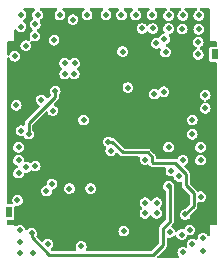
<source format=gbr>
%TF.GenerationSoftware,KiCad,Pcbnew,6.0.7-f9a2dced07~116~ubuntu20.04.1*%
%TF.CreationDate,2022-09-24T19:15:38+02:00*%
%TF.ProjectId,SRRReceiver,53525252-6563-4656-9976-65722e6b6963,rev?*%
%TF.SameCoordinates,Original*%
%TF.FileFunction,Copper,L3,Inr*%
%TF.FilePolarity,Positive*%
%FSLAX46Y46*%
G04 Gerber Fmt 4.6, Leading zero omitted, Abs format (unit mm)*
G04 Created by KiCad (PCBNEW 6.0.7-f9a2dced07~116~ubuntu20.04.1) date 2022-09-24 19:15:38*
%MOMM*%
%LPD*%
G01*
G04 APERTURE LIST*
%TA.AperFunction,ComponentPad*%
%ADD10R,0.500000X0.900000*%
%TD*%
%TA.AperFunction,ViaPad*%
%ADD11C,0.500000*%
%TD*%
%TA.AperFunction,Conductor*%
%ADD12C,0.250000*%
%TD*%
G04 APERTURE END LIST*
D10*
%TO.N,GND*%
%TO.C,AE2*%
X133000000Y-82550000D03*
%TD*%
%TO.N,GND*%
%TO.C,AE1*%
X115600000Y-95900000D03*
%TD*%
D11*
%TO.N,GND*%
X121900000Y-88100000D03*
X130300000Y-79250000D03*
X120300000Y-83300000D03*
X130300000Y-99300000D03*
X127100000Y-96000000D03*
X130250000Y-80400000D03*
X116500000Y-98400000D03*
X128700000Y-85700000D03*
X126850000Y-80350000D03*
X116400000Y-92600000D03*
X118874500Y-98600000D03*
X132200000Y-87100000D03*
X125100000Y-79200000D03*
X124200000Y-90700000D03*
X128750000Y-81250000D03*
X116600000Y-79200000D03*
X126300000Y-79200000D03*
X117800000Y-92000000D03*
X116400000Y-91500000D03*
X116075500Y-82700000D03*
X131800000Y-94600000D03*
X121150000Y-83300000D03*
X125650000Y-85350000D03*
X127700000Y-79200000D03*
X118000000Y-79200000D03*
X119900000Y-79200000D03*
X116500000Y-97400000D03*
X131600000Y-81500000D03*
X125300000Y-97500000D03*
X127900000Y-85900000D03*
X121100000Y-84200000D03*
X116600000Y-89000000D03*
X116400000Y-90400000D03*
X129968767Y-92881233D03*
X122500000Y-93900000D03*
X131800000Y-91500000D03*
X128100000Y-96000000D03*
X118300000Y-86400000D03*
X131800000Y-90400000D03*
X131650000Y-79250000D03*
X131100000Y-89300000D03*
X116300000Y-94900000D03*
X132200000Y-86000000D03*
X131650000Y-80400000D03*
X117600000Y-99400000D03*
X116500000Y-99400000D03*
X132000000Y-99200000D03*
X128850000Y-82350000D03*
X116600000Y-80200000D03*
X130900000Y-97400000D03*
X117800000Y-80000000D03*
X122200000Y-79200000D03*
X116200000Y-86850000D03*
X119222082Y-93541804D03*
X120300000Y-84200000D03*
X118750000Y-94100000D03*
X127100000Y-95100000D03*
X130300000Y-91500000D03*
X131600000Y-82550000D03*
X128050000Y-81600000D03*
X132000000Y-98100000D03*
X121700000Y-98800000D03*
X131100000Y-88100000D03*
X129100000Y-79250000D03*
X127750000Y-80350000D03*
X117050000Y-92100000D03*
X123800000Y-79200000D03*
X127100000Y-91450000D03*
X128100000Y-95100000D03*
X120700000Y-93900000D03*
X131100000Y-98600000D03*
X125200000Y-82300000D03*
X121000000Y-79600000D03*
X129100000Y-90400000D03*
X129100000Y-80350000D03*
%TO.N,SPI2_MOSI*%
X129200000Y-97600000D03*
%TO.N,SPI2_NSS*%
X129300000Y-92400000D03*
%TO.N,VDD*%
X124475500Y-85550000D03*
X125400000Y-93200000D03*
X124600000Y-96300000D03*
X123450000Y-87750000D03*
X127200000Y-98924500D03*
X127068951Y-92198355D03*
X117800000Y-84600000D03*
X130635298Y-94764702D03*
X124600000Y-94500000D03*
X121522266Y-87122266D03*
X123637500Y-82387500D03*
X122500000Y-97900000D03*
X120700000Y-80778732D03*
%TO.N,SPI2_SCK*%
X130200000Y-97800000D03*
%TO.N,SPI1_SCK*%
X117775500Y-81000000D03*
%TO.N,SPI1_MISO*%
X117000000Y-81800000D03*
%TO.N,SPI1_NSS*%
X119300000Y-87300000D03*
%TO.N,SPI2_MISO*%
X130500000Y-96100000D03*
X124000000Y-89950000D03*
%TO.N,SPI1_MOSI*%
X119400000Y-81350000D03*
%TO.N,GD0_INT_2*%
X129100000Y-93700000D03*
X117500000Y-97700000D03*
%TO.N,GD0_INT_1*%
X117236803Y-89289456D03*
X119500000Y-85650000D03*
%TD*%
D12*
%TO.N,VDD*%
X123425000Y-87775000D02*
X123450000Y-87750000D01*
%TO.N,SPI2_MISO*%
X130550000Y-93639243D02*
X131210298Y-94299541D01*
X124000000Y-89950000D02*
X124300000Y-89950000D01*
X129648355Y-91748355D02*
X130550000Y-92650000D01*
X125200000Y-90850000D02*
X127313173Y-90850000D01*
X131210298Y-94299541D02*
X131210298Y-95389702D01*
X127313173Y-90850000D02*
X127675000Y-91211827D01*
X127675000Y-91675000D02*
X127748355Y-91748355D01*
X127675000Y-91211827D02*
X127675000Y-91675000D01*
X131210298Y-95389702D02*
X130500000Y-96100000D01*
X124300000Y-89950000D02*
X125200000Y-90850000D01*
X130550000Y-92650000D02*
X130550000Y-93639243D01*
X127748355Y-91748355D02*
X129648355Y-91748355D01*
%TO.N,GD0_INT_2*%
X128625000Y-98675000D02*
X128625000Y-97275000D01*
X129200000Y-93800000D02*
X129100000Y-93700000D01*
X127800500Y-99499500D02*
X128625000Y-98675000D01*
X117500000Y-97700000D02*
X117500000Y-98038673D01*
X117500000Y-98038673D02*
X118960827Y-99499500D01*
X129200000Y-96700000D02*
X129200000Y-93800000D01*
X118960827Y-99499500D02*
X127800500Y-99499500D01*
X128625000Y-97275000D02*
X129200000Y-96700000D01*
%TO.N,GD0_INT_1*%
X117236803Y-88376370D02*
X119500000Y-86113173D01*
X119500000Y-86113173D02*
X119500000Y-85650000D01*
X117236803Y-89289456D02*
X117236803Y-88376370D01*
%TD*%
%TA.AperFunction,Conductor*%
%TO.N,VDD*%
G36*
X117737344Y-78621002D02*
G01*
X117783837Y-78674658D01*
X117793941Y-78744932D01*
X117764447Y-78809512D01*
X117736458Y-78833562D01*
X117712614Y-78848606D01*
X117712610Y-78848609D01*
X117705019Y-78853399D01*
X117699076Y-78860128D01*
X117699075Y-78860129D01*
X117680309Y-78881378D01*
X117619596Y-78950122D01*
X117615782Y-78958245D01*
X117615781Y-78958247D01*
X117603136Y-78985181D01*
X117564754Y-79066932D01*
X117556969Y-79116932D01*
X117546282Y-79185567D01*
X117546282Y-79185571D01*
X117544901Y-79194440D01*
X117546065Y-79203342D01*
X117546065Y-79203345D01*
X117560468Y-79313489D01*
X117560469Y-79313493D01*
X117561633Y-79322394D01*
X117613605Y-79440510D01*
X117614129Y-79441133D01*
X117632045Y-79505576D01*
X117611062Y-79573401D01*
X117573294Y-79610319D01*
X117512616Y-79648604D01*
X117512609Y-79648610D01*
X117505019Y-79653399D01*
X117499076Y-79660128D01*
X117499075Y-79660129D01*
X117463206Y-79700743D01*
X117419596Y-79750122D01*
X117415782Y-79758245D01*
X117415781Y-79758247D01*
X117393644Y-79805398D01*
X117364754Y-79866932D01*
X117359657Y-79899668D01*
X117346282Y-79985567D01*
X117346282Y-79985571D01*
X117344901Y-79994440D01*
X117346065Y-80003342D01*
X117346065Y-80003345D01*
X117360468Y-80113489D01*
X117360469Y-80113493D01*
X117361633Y-80122394D01*
X117365250Y-80130614D01*
X117407132Y-80225798D01*
X117413605Y-80240510D01*
X117419382Y-80247383D01*
X117419383Y-80247384D01*
X117488431Y-80329526D01*
X117496639Y-80339291D01*
X117569227Y-80387610D01*
X117614849Y-80442005D01*
X117623821Y-80512433D01*
X117593292Y-80576531D01*
X117566644Y-80599058D01*
X117513975Y-80632290D01*
X117480519Y-80653399D01*
X117474576Y-80660128D01*
X117474575Y-80660129D01*
X117444425Y-80694268D01*
X117395096Y-80750122D01*
X117391282Y-80758245D01*
X117391281Y-80758247D01*
X117367842Y-80808172D01*
X117340254Y-80866932D01*
X117335135Y-80899811D01*
X117321782Y-80985567D01*
X117321782Y-80985571D01*
X117320401Y-80994440D01*
X117321565Y-81003342D01*
X117321565Y-81003345D01*
X117335968Y-81113489D01*
X117335969Y-81113493D01*
X117337133Y-81122394D01*
X117384985Y-81231145D01*
X117388579Y-81239314D01*
X117397707Y-81309721D01*
X117367320Y-81373887D01*
X117307066Y-81411437D01*
X117236077Y-81410452D01*
X117204720Y-81395794D01*
X117198437Y-81391722D01*
X117198436Y-81391721D01*
X117190906Y-81386841D01*
X117182311Y-81384271D01*
X117182310Y-81384270D01*
X117075874Y-81352438D01*
X117075872Y-81352438D01*
X117067273Y-81349866D01*
X117058298Y-81349811D01*
X117058297Y-81349811D01*
X117003641Y-81349477D01*
X116938231Y-81349078D01*
X116904183Y-81358809D01*
X116822786Y-81382072D01*
X116822784Y-81382073D01*
X116814155Y-81384539D01*
X116806565Y-81389328D01*
X116745924Y-81427590D01*
X116705019Y-81453399D01*
X116699076Y-81460128D01*
X116699075Y-81460129D01*
X116663862Y-81500000D01*
X116619596Y-81550122D01*
X116615782Y-81558245D01*
X116615781Y-81558247D01*
X116597407Y-81597384D01*
X116564754Y-81666932D01*
X116558846Y-81704878D01*
X116546282Y-81785567D01*
X116546282Y-81785571D01*
X116544901Y-81794440D01*
X116546065Y-81803342D01*
X116546065Y-81803345D01*
X116560468Y-81913489D01*
X116560469Y-81913493D01*
X116561633Y-81922394D01*
X116576872Y-81957028D01*
X116601709Y-82013473D01*
X116613605Y-82040510D01*
X116619382Y-82047383D01*
X116619383Y-82047384D01*
X116661918Y-82097985D01*
X116696639Y-82139291D01*
X116704116Y-82144268D01*
X116792948Y-82203399D01*
X116804060Y-82210796D01*
X116927233Y-82249278D01*
X116936203Y-82249442D01*
X116936207Y-82249443D01*
X116994942Y-82250519D01*
X117056255Y-82251643D01*
X117131440Y-82231145D01*
X117172092Y-82220062D01*
X117172093Y-82220062D01*
X117180755Y-82217700D01*
X117188405Y-82213003D01*
X117188407Y-82213002D01*
X117283072Y-82154878D01*
X117283075Y-82154875D01*
X117290724Y-82150179D01*
X117298380Y-82141721D01*
X117371300Y-82061161D01*
X117371303Y-82061157D01*
X117377322Y-82054507D01*
X117433588Y-81938375D01*
X117436491Y-81921124D01*
X117454190Y-81815917D01*
X117454997Y-81811120D01*
X117455133Y-81800000D01*
X117442744Y-81713489D01*
X117438112Y-81681145D01*
X117438111Y-81681142D01*
X117436839Y-81672259D01*
X117433125Y-81664091D01*
X117433124Y-81664087D01*
X117386895Y-81562413D01*
X117376907Y-81492122D01*
X117406508Y-81427590D01*
X117466298Y-81389306D01*
X117537294Y-81389424D01*
X117571410Y-81405371D01*
X117579560Y-81410796D01*
X117702733Y-81449278D01*
X117711703Y-81449442D01*
X117711707Y-81449443D01*
X117770442Y-81450519D01*
X117831755Y-81451643D01*
X117894005Y-81434671D01*
X117947592Y-81420062D01*
X117947593Y-81420062D01*
X117956255Y-81417700D01*
X117963905Y-81413003D01*
X117963907Y-81413002D01*
X118058572Y-81354878D01*
X118058575Y-81354875D01*
X118066224Y-81350179D01*
X118071419Y-81344440D01*
X118944901Y-81344440D01*
X118946065Y-81353342D01*
X118946065Y-81353345D01*
X118960468Y-81463489D01*
X118960469Y-81463493D01*
X118961633Y-81472394D01*
X119013605Y-81590510D01*
X119019382Y-81597383D01*
X119019383Y-81597384D01*
X119090859Y-81682415D01*
X119096639Y-81689291D01*
X119204060Y-81760796D01*
X119283347Y-81785567D01*
X119311748Y-81794440D01*
X119327233Y-81799278D01*
X119336203Y-81799442D01*
X119336207Y-81799443D01*
X119394942Y-81800519D01*
X119456255Y-81801643D01*
X119518505Y-81784671D01*
X119572092Y-81770062D01*
X119572093Y-81770062D01*
X119580755Y-81767700D01*
X119588405Y-81763003D01*
X119588407Y-81763002D01*
X119683072Y-81704878D01*
X119683075Y-81704875D01*
X119690724Y-81700179D01*
X119696750Y-81693522D01*
X119771300Y-81611161D01*
X119771303Y-81611157D01*
X119777322Y-81604507D01*
X119833588Y-81488375D01*
X119838551Y-81458879D01*
X119854190Y-81365917D01*
X119854997Y-81361120D01*
X119855065Y-81355530D01*
X119855074Y-81354859D01*
X119855074Y-81354853D01*
X119855133Y-81350000D01*
X119847748Y-81298433D01*
X119838112Y-81231145D01*
X119838111Y-81231142D01*
X119836839Y-81222259D01*
X119830724Y-81208809D01*
X119787145Y-81112962D01*
X119787143Y-81112959D01*
X119783428Y-81104788D01*
X119747920Y-81063579D01*
X119705051Y-81013826D01*
X119705049Y-81013824D01*
X119699193Y-81007028D01*
X119590906Y-80936841D01*
X119582311Y-80934271D01*
X119582310Y-80934270D01*
X119475874Y-80902438D01*
X119475872Y-80902438D01*
X119467273Y-80899866D01*
X119458298Y-80899811D01*
X119458297Y-80899811D01*
X119403641Y-80899477D01*
X119338231Y-80899078D01*
X119276193Y-80916808D01*
X119222786Y-80932072D01*
X119222784Y-80932073D01*
X119214155Y-80934539D01*
X119206565Y-80939328D01*
X119113600Y-80997985D01*
X119105019Y-81003399D01*
X119099076Y-81010128D01*
X119099075Y-81010129D01*
X119064229Y-81049585D01*
X119019596Y-81100122D01*
X119015782Y-81108245D01*
X119015781Y-81108247D01*
X119009139Y-81122394D01*
X118964754Y-81216932D01*
X118959076Y-81253399D01*
X118946282Y-81335567D01*
X118946282Y-81335571D01*
X118944901Y-81344440D01*
X118071419Y-81344440D01*
X118072250Y-81343522D01*
X118146800Y-81261161D01*
X118146803Y-81261157D01*
X118152822Y-81254507D01*
X118209088Y-81138375D01*
X118211800Y-81122259D01*
X118229690Y-81015917D01*
X118230497Y-81011120D01*
X118230633Y-81000000D01*
X118220128Y-80926648D01*
X118213612Y-80881145D01*
X118213611Y-80881142D01*
X118212339Y-80872259D01*
X118206224Y-80858809D01*
X118162645Y-80762962D01*
X118162643Y-80762959D01*
X118158928Y-80754788D01*
X118106138Y-80693522D01*
X118080551Y-80663826D01*
X118080549Y-80663824D01*
X118074693Y-80657028D01*
X118058345Y-80646432D01*
X118006955Y-80613123D01*
X117960670Y-80559288D01*
X117950839Y-80488975D01*
X117980582Y-80424509D01*
X118009558Y-80400015D01*
X118083071Y-80354878D01*
X118090724Y-80350179D01*
X118095919Y-80344440D01*
X126394901Y-80344440D01*
X126396065Y-80353342D01*
X126396065Y-80353345D01*
X126410468Y-80463489D01*
X126410469Y-80463493D01*
X126411633Y-80472394D01*
X126463605Y-80590510D01*
X126469382Y-80597383D01*
X126469383Y-80597384D01*
X126540859Y-80682415D01*
X126546639Y-80689291D01*
X126554116Y-80694268D01*
X126638025Y-80750122D01*
X126654060Y-80760796D01*
X126777233Y-80799278D01*
X126786203Y-80799442D01*
X126786207Y-80799443D01*
X126844942Y-80800519D01*
X126906255Y-80801643D01*
X126968505Y-80784672D01*
X127022092Y-80770062D01*
X127022093Y-80770062D01*
X127030755Y-80767700D01*
X127038405Y-80763003D01*
X127038407Y-80763002D01*
X127133072Y-80704878D01*
X127133075Y-80704875D01*
X127140724Y-80700179D01*
X127150580Y-80689291D01*
X127207157Y-80626785D01*
X127267700Y-80589703D01*
X127338680Y-80591241D01*
X127397022Y-80630264D01*
X127446639Y-80689291D01*
X127454116Y-80694268D01*
X127538025Y-80750122D01*
X127554060Y-80760796D01*
X127677233Y-80799278D01*
X127686203Y-80799442D01*
X127686207Y-80799443D01*
X127744942Y-80800519D01*
X127806255Y-80801643D01*
X127868505Y-80784672D01*
X127922092Y-80770062D01*
X127922093Y-80770062D01*
X127930755Y-80767700D01*
X127938405Y-80763003D01*
X127938407Y-80763002D01*
X128033072Y-80704878D01*
X128033075Y-80704875D01*
X128040724Y-80700179D01*
X128046750Y-80693522D01*
X128121300Y-80611161D01*
X128121303Y-80611157D01*
X128127322Y-80604507D01*
X128183588Y-80488375D01*
X128188167Y-80461161D01*
X128204190Y-80365917D01*
X128204997Y-80361120D01*
X128205065Y-80355530D01*
X128205074Y-80354859D01*
X128205074Y-80354853D01*
X128205133Y-80350000D01*
X128194507Y-80275799D01*
X128188112Y-80231145D01*
X128188111Y-80231142D01*
X128186839Y-80222259D01*
X128183125Y-80214090D01*
X128137145Y-80112962D01*
X128137143Y-80112959D01*
X128133428Y-80104788D01*
X128087636Y-80051643D01*
X128055051Y-80013826D01*
X128055049Y-80013824D01*
X128049193Y-80007028D01*
X127940906Y-79936841D01*
X127932311Y-79934271D01*
X127932310Y-79934270D01*
X127825874Y-79902438D01*
X127825872Y-79902438D01*
X127817273Y-79899866D01*
X127808297Y-79899811D01*
X127808296Y-79899811D01*
X127784899Y-79899668D01*
X127725967Y-79881971D01*
X127700700Y-79897562D01*
X127693141Y-79899108D01*
X127688231Y-79899078D01*
X127679599Y-79901545D01*
X127572786Y-79932072D01*
X127572784Y-79932073D01*
X127564155Y-79934539D01*
X127542768Y-79948033D01*
X127483893Y-79985181D01*
X127455019Y-80003399D01*
X127442389Y-80017700D01*
X127394249Y-80072207D01*
X127334163Y-80110025D01*
X127263169Y-80109354D01*
X127204355Y-80071046D01*
X127155054Y-80013829D01*
X127155050Y-80013826D01*
X127149193Y-80007028D01*
X127040906Y-79936841D01*
X127032311Y-79934271D01*
X127032310Y-79934270D01*
X126925874Y-79902438D01*
X126925872Y-79902438D01*
X126917273Y-79899866D01*
X126908298Y-79899811D01*
X126908297Y-79899811D01*
X126853641Y-79899477D01*
X126788231Y-79899078D01*
X126726193Y-79916808D01*
X126672786Y-79932072D01*
X126672784Y-79932073D01*
X126664155Y-79934539D01*
X126642768Y-79948033D01*
X126583893Y-79985181D01*
X126555019Y-80003399D01*
X126549076Y-80010128D01*
X126549075Y-80010129D01*
X126516864Y-80046601D01*
X126469596Y-80100122D01*
X126465782Y-80108245D01*
X126465781Y-80108247D01*
X126463320Y-80113489D01*
X126414754Y-80216932D01*
X126406969Y-80266932D01*
X126396282Y-80335567D01*
X126396282Y-80335571D01*
X126394901Y-80344440D01*
X118095919Y-80344440D01*
X118096750Y-80343522D01*
X118171300Y-80261161D01*
X118171303Y-80261157D01*
X118177322Y-80254507D01*
X118233588Y-80138375D01*
X118237864Y-80112962D01*
X118254190Y-80015917D01*
X118254997Y-80011120D01*
X118255133Y-80000000D01*
X118241033Y-79901545D01*
X118238112Y-79881145D01*
X118238111Y-79881142D01*
X118236839Y-79872259D01*
X118228629Y-79854201D01*
X118183428Y-79754788D01*
X118184913Y-79754113D01*
X118167927Y-79695791D01*
X118188078Y-79627715D01*
X118227999Y-79588692D01*
X118283072Y-79554878D01*
X118283075Y-79554875D01*
X118290724Y-79550179D01*
X118296750Y-79543522D01*
X118371300Y-79461161D01*
X118371303Y-79461157D01*
X118377322Y-79454507D01*
X118433588Y-79338375D01*
X118447639Y-79254859D01*
X118454190Y-79215917D01*
X118454997Y-79211120D01*
X118455133Y-79200000D01*
X118445272Y-79131145D01*
X118438112Y-79081145D01*
X118438111Y-79081142D01*
X118436839Y-79072259D01*
X118430724Y-79058809D01*
X118387145Y-78962962D01*
X118387143Y-78962959D01*
X118383428Y-78954788D01*
X118338071Y-78902148D01*
X118305051Y-78863826D01*
X118305049Y-78863824D01*
X118299193Y-78857028D01*
X118275052Y-78841381D01*
X118261710Y-78832733D01*
X118215426Y-78778897D01*
X118205595Y-78708584D01*
X118235339Y-78644118D01*
X118295213Y-78605967D01*
X118330242Y-78601000D01*
X119569223Y-78601000D01*
X119637344Y-78621002D01*
X119683837Y-78674658D01*
X119693941Y-78744932D01*
X119664447Y-78809512D01*
X119636458Y-78833562D01*
X119612614Y-78848606D01*
X119612610Y-78848609D01*
X119605019Y-78853399D01*
X119599076Y-78860128D01*
X119599075Y-78860129D01*
X119580309Y-78881378D01*
X119519596Y-78950122D01*
X119515782Y-78958245D01*
X119515781Y-78958247D01*
X119503136Y-78985181D01*
X119464754Y-79066932D01*
X119456969Y-79116932D01*
X119446282Y-79185567D01*
X119446282Y-79185571D01*
X119444901Y-79194440D01*
X119446065Y-79203342D01*
X119446065Y-79203345D01*
X119460468Y-79313489D01*
X119460469Y-79313493D01*
X119461633Y-79322394D01*
X119465250Y-79330614D01*
X119499556Y-79408580D01*
X119513605Y-79440510D01*
X119519382Y-79447383D01*
X119519383Y-79447384D01*
X119572993Y-79511161D01*
X119596639Y-79539291D01*
X119604116Y-79544268D01*
X119678110Y-79593522D01*
X119704060Y-79610796D01*
X119827233Y-79649278D01*
X119836203Y-79649442D01*
X119836207Y-79649443D01*
X119894942Y-79650519D01*
X119956255Y-79651643D01*
X120044021Y-79627715D01*
X120072092Y-79620062D01*
X120072093Y-79620062D01*
X120080755Y-79617700D01*
X120088405Y-79613003D01*
X120088407Y-79613002D01*
X120118638Y-79594440D01*
X120544901Y-79594440D01*
X120546065Y-79603342D01*
X120546065Y-79603345D01*
X120560468Y-79713489D01*
X120560469Y-79713493D01*
X120561633Y-79722394D01*
X120613605Y-79840510D01*
X120619382Y-79847383D01*
X120619383Y-79847384D01*
X120687782Y-79928754D01*
X120696639Y-79939291D01*
X120704116Y-79944268D01*
X120792948Y-80003399D01*
X120804060Y-80010796D01*
X120927233Y-80049278D01*
X120936203Y-80049442D01*
X120936207Y-80049443D01*
X120994942Y-80050519D01*
X121056255Y-80051643D01*
X121118505Y-80034672D01*
X121172092Y-80020062D01*
X121172093Y-80020062D01*
X121180755Y-80017700D01*
X121188405Y-80013003D01*
X121188407Y-80013002D01*
X121283072Y-79954878D01*
X121283075Y-79954875D01*
X121290724Y-79950179D01*
X121300546Y-79939328D01*
X121371300Y-79861161D01*
X121371303Y-79861157D01*
X121377322Y-79854507D01*
X121433588Y-79738375D01*
X121436618Y-79720369D01*
X121454190Y-79615917D01*
X121454997Y-79611120D01*
X121455065Y-79605530D01*
X121455074Y-79604859D01*
X121455074Y-79604853D01*
X121455133Y-79600000D01*
X121446439Y-79539291D01*
X121438112Y-79481145D01*
X121438111Y-79481142D01*
X121436839Y-79472259D01*
X121402371Y-79396450D01*
X121387145Y-79362962D01*
X121387143Y-79362959D01*
X121383428Y-79354788D01*
X121347843Y-79313489D01*
X121305051Y-79263826D01*
X121305049Y-79263824D01*
X121299193Y-79257028D01*
X121190906Y-79186841D01*
X121182311Y-79184271D01*
X121182310Y-79184270D01*
X121075874Y-79152438D01*
X121075872Y-79152438D01*
X121067273Y-79149866D01*
X121058298Y-79149811D01*
X121058297Y-79149811D01*
X121003641Y-79149477D01*
X120938231Y-79149078D01*
X120926475Y-79152438D01*
X120822786Y-79182072D01*
X120822784Y-79182073D01*
X120814155Y-79184539D01*
X120705019Y-79253399D01*
X120619596Y-79350122D01*
X120615782Y-79358245D01*
X120615781Y-79358247D01*
X120613320Y-79363489D01*
X120564754Y-79466932D01*
X120563374Y-79475798D01*
X120546282Y-79585567D01*
X120546282Y-79585571D01*
X120544901Y-79594440D01*
X120118638Y-79594440D01*
X120183072Y-79554878D01*
X120183075Y-79554875D01*
X120190724Y-79550179D01*
X120196750Y-79543522D01*
X120271300Y-79461161D01*
X120271303Y-79461157D01*
X120277322Y-79454507D01*
X120333588Y-79338375D01*
X120347639Y-79254859D01*
X120354190Y-79215917D01*
X120354997Y-79211120D01*
X120355133Y-79200000D01*
X120345272Y-79131145D01*
X120338112Y-79081145D01*
X120338111Y-79081142D01*
X120336839Y-79072259D01*
X120330724Y-79058809D01*
X120287145Y-78962962D01*
X120287143Y-78962959D01*
X120283428Y-78954788D01*
X120238071Y-78902148D01*
X120205051Y-78863826D01*
X120205049Y-78863824D01*
X120199193Y-78857028D01*
X120175052Y-78841381D01*
X120161710Y-78832733D01*
X120115426Y-78778897D01*
X120105595Y-78708584D01*
X120135339Y-78644118D01*
X120195213Y-78605967D01*
X120230242Y-78601000D01*
X121869223Y-78601000D01*
X121937344Y-78621002D01*
X121983837Y-78674658D01*
X121993941Y-78744932D01*
X121964447Y-78809512D01*
X121936458Y-78833562D01*
X121912614Y-78848606D01*
X121912610Y-78848609D01*
X121905019Y-78853399D01*
X121899076Y-78860128D01*
X121899075Y-78860129D01*
X121880309Y-78881378D01*
X121819596Y-78950122D01*
X121815782Y-78958245D01*
X121815781Y-78958247D01*
X121803136Y-78985181D01*
X121764754Y-79066932D01*
X121756969Y-79116932D01*
X121746282Y-79185567D01*
X121746282Y-79185571D01*
X121744901Y-79194440D01*
X121746065Y-79203342D01*
X121746065Y-79203345D01*
X121760468Y-79313489D01*
X121760469Y-79313493D01*
X121761633Y-79322394D01*
X121765250Y-79330614D01*
X121799556Y-79408580D01*
X121813605Y-79440510D01*
X121819382Y-79447383D01*
X121819383Y-79447384D01*
X121872993Y-79511161D01*
X121896639Y-79539291D01*
X121904116Y-79544268D01*
X121978110Y-79593522D01*
X122004060Y-79610796D01*
X122127233Y-79649278D01*
X122136203Y-79649442D01*
X122136207Y-79649443D01*
X122194942Y-79650519D01*
X122256255Y-79651643D01*
X122344021Y-79627715D01*
X122372092Y-79620062D01*
X122372093Y-79620062D01*
X122380755Y-79617700D01*
X122388405Y-79613003D01*
X122388407Y-79613002D01*
X122483072Y-79554878D01*
X122483075Y-79554875D01*
X122490724Y-79550179D01*
X122496750Y-79543522D01*
X122571300Y-79461161D01*
X122571303Y-79461157D01*
X122577322Y-79454507D01*
X122633588Y-79338375D01*
X122647639Y-79254859D01*
X122654190Y-79215917D01*
X122654997Y-79211120D01*
X122655133Y-79200000D01*
X122645272Y-79131145D01*
X122638112Y-79081145D01*
X122638111Y-79081142D01*
X122636839Y-79072259D01*
X122630724Y-79058809D01*
X122587145Y-78962962D01*
X122587143Y-78962959D01*
X122583428Y-78954788D01*
X122538071Y-78902148D01*
X122505051Y-78863826D01*
X122505049Y-78863824D01*
X122499193Y-78857028D01*
X122475052Y-78841381D01*
X122461710Y-78832733D01*
X122415426Y-78778897D01*
X122405595Y-78708584D01*
X122435339Y-78644118D01*
X122495213Y-78605967D01*
X122530242Y-78601000D01*
X123469223Y-78601000D01*
X123537344Y-78621002D01*
X123583837Y-78674658D01*
X123593941Y-78744932D01*
X123564447Y-78809512D01*
X123536458Y-78833562D01*
X123512614Y-78848606D01*
X123512610Y-78848609D01*
X123505019Y-78853399D01*
X123499076Y-78860128D01*
X123499075Y-78860129D01*
X123480309Y-78881378D01*
X123419596Y-78950122D01*
X123415782Y-78958245D01*
X123415781Y-78958247D01*
X123403136Y-78985181D01*
X123364754Y-79066932D01*
X123356969Y-79116932D01*
X123346282Y-79185567D01*
X123346282Y-79185571D01*
X123344901Y-79194440D01*
X123346065Y-79203342D01*
X123346065Y-79203345D01*
X123360468Y-79313489D01*
X123360469Y-79313493D01*
X123361633Y-79322394D01*
X123365250Y-79330614D01*
X123399556Y-79408580D01*
X123413605Y-79440510D01*
X123419382Y-79447383D01*
X123419383Y-79447384D01*
X123472993Y-79511161D01*
X123496639Y-79539291D01*
X123504116Y-79544268D01*
X123578110Y-79593522D01*
X123604060Y-79610796D01*
X123727233Y-79649278D01*
X123736203Y-79649442D01*
X123736207Y-79649443D01*
X123794942Y-79650519D01*
X123856255Y-79651643D01*
X123944021Y-79627715D01*
X123972092Y-79620062D01*
X123972093Y-79620062D01*
X123980755Y-79617700D01*
X123988405Y-79613003D01*
X123988407Y-79613002D01*
X124083072Y-79554878D01*
X124083075Y-79554875D01*
X124090724Y-79550179D01*
X124096750Y-79543522D01*
X124171300Y-79461161D01*
X124171303Y-79461157D01*
X124177322Y-79454507D01*
X124233588Y-79338375D01*
X124247639Y-79254859D01*
X124254190Y-79215917D01*
X124254997Y-79211120D01*
X124255133Y-79200000D01*
X124245272Y-79131145D01*
X124238112Y-79081145D01*
X124238111Y-79081142D01*
X124236839Y-79072259D01*
X124230724Y-79058809D01*
X124187145Y-78962962D01*
X124187143Y-78962959D01*
X124183428Y-78954788D01*
X124138071Y-78902148D01*
X124105051Y-78863826D01*
X124105049Y-78863824D01*
X124099193Y-78857028D01*
X124075052Y-78841381D01*
X124061710Y-78832733D01*
X124015426Y-78778897D01*
X124005595Y-78708584D01*
X124035339Y-78644118D01*
X124095213Y-78605967D01*
X124130242Y-78601000D01*
X124769223Y-78601000D01*
X124837344Y-78621002D01*
X124883837Y-78674658D01*
X124893941Y-78744932D01*
X124864447Y-78809512D01*
X124836458Y-78833562D01*
X124812614Y-78848606D01*
X124812610Y-78848609D01*
X124805019Y-78853399D01*
X124799076Y-78860128D01*
X124799075Y-78860129D01*
X124780309Y-78881378D01*
X124719596Y-78950122D01*
X124715782Y-78958245D01*
X124715781Y-78958247D01*
X124703136Y-78985181D01*
X124664754Y-79066932D01*
X124656969Y-79116932D01*
X124646282Y-79185567D01*
X124646282Y-79185571D01*
X124644901Y-79194440D01*
X124646065Y-79203342D01*
X124646065Y-79203345D01*
X124660468Y-79313489D01*
X124660469Y-79313493D01*
X124661633Y-79322394D01*
X124665250Y-79330614D01*
X124699556Y-79408580D01*
X124713605Y-79440510D01*
X124719382Y-79447383D01*
X124719383Y-79447384D01*
X124772993Y-79511161D01*
X124796639Y-79539291D01*
X124804116Y-79544268D01*
X124878110Y-79593522D01*
X124904060Y-79610796D01*
X125027233Y-79649278D01*
X125036203Y-79649442D01*
X125036207Y-79649443D01*
X125094942Y-79650519D01*
X125156255Y-79651643D01*
X125244021Y-79627715D01*
X125272092Y-79620062D01*
X125272093Y-79620062D01*
X125280755Y-79617700D01*
X125288405Y-79613003D01*
X125288407Y-79613002D01*
X125383072Y-79554878D01*
X125383075Y-79554875D01*
X125390724Y-79550179D01*
X125396750Y-79543522D01*
X125471300Y-79461161D01*
X125471303Y-79461157D01*
X125477322Y-79454507D01*
X125533588Y-79338375D01*
X125547639Y-79254859D01*
X125554190Y-79215917D01*
X125554997Y-79211120D01*
X125555133Y-79200000D01*
X125545272Y-79131145D01*
X125538112Y-79081145D01*
X125538111Y-79081142D01*
X125536839Y-79072259D01*
X125530724Y-79058809D01*
X125487145Y-78962962D01*
X125487143Y-78962959D01*
X125483428Y-78954788D01*
X125438071Y-78902148D01*
X125405051Y-78863826D01*
X125405049Y-78863824D01*
X125399193Y-78857028D01*
X125375052Y-78841381D01*
X125361710Y-78832733D01*
X125315426Y-78778897D01*
X125305595Y-78708584D01*
X125335339Y-78644118D01*
X125395213Y-78605967D01*
X125430242Y-78601000D01*
X125969223Y-78601000D01*
X126037344Y-78621002D01*
X126083837Y-78674658D01*
X126093941Y-78744932D01*
X126064447Y-78809512D01*
X126036458Y-78833562D01*
X126012614Y-78848606D01*
X126012610Y-78848609D01*
X126005019Y-78853399D01*
X125999076Y-78860128D01*
X125999075Y-78860129D01*
X125980309Y-78881378D01*
X125919596Y-78950122D01*
X125915782Y-78958245D01*
X125915781Y-78958247D01*
X125903136Y-78985181D01*
X125864754Y-79066932D01*
X125856969Y-79116932D01*
X125846282Y-79185567D01*
X125846282Y-79185571D01*
X125844901Y-79194440D01*
X125846065Y-79203342D01*
X125846065Y-79203345D01*
X125860468Y-79313489D01*
X125860469Y-79313493D01*
X125861633Y-79322394D01*
X125865250Y-79330614D01*
X125899556Y-79408580D01*
X125913605Y-79440510D01*
X125919382Y-79447383D01*
X125919383Y-79447384D01*
X125972993Y-79511161D01*
X125996639Y-79539291D01*
X126004116Y-79544268D01*
X126078110Y-79593522D01*
X126104060Y-79610796D01*
X126227233Y-79649278D01*
X126236203Y-79649442D01*
X126236207Y-79649443D01*
X126294942Y-79650519D01*
X126356255Y-79651643D01*
X126444021Y-79627715D01*
X126472092Y-79620062D01*
X126472093Y-79620062D01*
X126480755Y-79617700D01*
X126488405Y-79613003D01*
X126488407Y-79613002D01*
X126583072Y-79554878D01*
X126583075Y-79554875D01*
X126590724Y-79550179D01*
X126596750Y-79543522D01*
X126671300Y-79461161D01*
X126671303Y-79461157D01*
X126677322Y-79454507D01*
X126733588Y-79338375D01*
X126747639Y-79254859D01*
X126754190Y-79215917D01*
X126754997Y-79211120D01*
X126755133Y-79200000D01*
X126745272Y-79131145D01*
X126738112Y-79081145D01*
X126738111Y-79081142D01*
X126736839Y-79072259D01*
X126730724Y-79058809D01*
X126687145Y-78962962D01*
X126687143Y-78962959D01*
X126683428Y-78954788D01*
X126638071Y-78902148D01*
X126605051Y-78863826D01*
X126605049Y-78863824D01*
X126599193Y-78857028D01*
X126575052Y-78841381D01*
X126561710Y-78832733D01*
X126515426Y-78778897D01*
X126505595Y-78708584D01*
X126535339Y-78644118D01*
X126595213Y-78605967D01*
X126630242Y-78601000D01*
X127369223Y-78601000D01*
X127437344Y-78621002D01*
X127483837Y-78674658D01*
X127493941Y-78744932D01*
X127464447Y-78809512D01*
X127436458Y-78833562D01*
X127412614Y-78848606D01*
X127412610Y-78848609D01*
X127405019Y-78853399D01*
X127399076Y-78860128D01*
X127399075Y-78860129D01*
X127380309Y-78881378D01*
X127319596Y-78950122D01*
X127315782Y-78958245D01*
X127315781Y-78958247D01*
X127303136Y-78985181D01*
X127264754Y-79066932D01*
X127256969Y-79116932D01*
X127246282Y-79185567D01*
X127246282Y-79185571D01*
X127244901Y-79194440D01*
X127246065Y-79203342D01*
X127246065Y-79203345D01*
X127260468Y-79313489D01*
X127260469Y-79313493D01*
X127261633Y-79322394D01*
X127265250Y-79330614D01*
X127299556Y-79408580D01*
X127313605Y-79440510D01*
X127319382Y-79447383D01*
X127319383Y-79447384D01*
X127372993Y-79511161D01*
X127396639Y-79539291D01*
X127404116Y-79544268D01*
X127478110Y-79593522D01*
X127504060Y-79610796D01*
X127627233Y-79649278D01*
X127636203Y-79649442D01*
X127636207Y-79649443D01*
X127668734Y-79650039D01*
X127669732Y-79650057D01*
X127726685Y-79667920D01*
X127750912Y-79652559D01*
X127755462Y-79651628D01*
X127756255Y-79651643D01*
X127844021Y-79627715D01*
X127872092Y-79620062D01*
X127872093Y-79620062D01*
X127880755Y-79617700D01*
X127888405Y-79613003D01*
X127888407Y-79613002D01*
X127983072Y-79554878D01*
X127983075Y-79554875D01*
X127990724Y-79550179D01*
X127996750Y-79543522D01*
X128071300Y-79461161D01*
X128071303Y-79461157D01*
X128077322Y-79454507D01*
X128133588Y-79338375D01*
X128147639Y-79254859D01*
X128154190Y-79215917D01*
X128154997Y-79211120D01*
X128155133Y-79200000D01*
X128145272Y-79131145D01*
X128138112Y-79081145D01*
X128138111Y-79081142D01*
X128136839Y-79072259D01*
X128130724Y-79058809D01*
X128087145Y-78962962D01*
X128087143Y-78962959D01*
X128083428Y-78954788D01*
X128038071Y-78902148D01*
X128005051Y-78863826D01*
X128005049Y-78863824D01*
X127999193Y-78857028D01*
X127975052Y-78841381D01*
X127961710Y-78832733D01*
X127915426Y-78778897D01*
X127905595Y-78708584D01*
X127935339Y-78644118D01*
X127995213Y-78605967D01*
X128030242Y-78601000D01*
X128849103Y-78601000D01*
X128917224Y-78621002D01*
X128963717Y-78674658D01*
X128973821Y-78744932D01*
X128944327Y-78809512D01*
X128913028Y-78832754D01*
X128914155Y-78834539D01*
X128886247Y-78852148D01*
X128805019Y-78903399D01*
X128799076Y-78910128D01*
X128799075Y-78910129D01*
X128759634Y-78954788D01*
X128719596Y-79000122D01*
X128715782Y-79008245D01*
X128715781Y-79008247D01*
X128692043Y-79058809D01*
X128664754Y-79116932D01*
X128659635Y-79149811D01*
X128646282Y-79235567D01*
X128646282Y-79235571D01*
X128644901Y-79244440D01*
X128646065Y-79253342D01*
X128646065Y-79253345D01*
X128660468Y-79363489D01*
X128660469Y-79363493D01*
X128661633Y-79372394D01*
X128665250Y-79380614D01*
X128707132Y-79475798D01*
X128713605Y-79490510D01*
X128719382Y-79497383D01*
X128719383Y-79497384D01*
X128758793Y-79544268D01*
X128796639Y-79589291D01*
X128804116Y-79594268D01*
X128892948Y-79653399D01*
X128904060Y-79660796D01*
X128912627Y-79663473D01*
X128912628Y-79663473D01*
X128964331Y-79679626D01*
X129023387Y-79719032D01*
X129051764Y-79784111D01*
X129040451Y-79854201D01*
X128993042Y-79907048D01*
X128961380Y-79921042D01*
X128922788Y-79932071D01*
X128922784Y-79932073D01*
X128914155Y-79934539D01*
X128892768Y-79948033D01*
X128833893Y-79985181D01*
X128805019Y-80003399D01*
X128799076Y-80010128D01*
X128799075Y-80010129D01*
X128766864Y-80046601D01*
X128719596Y-80100122D01*
X128715782Y-80108245D01*
X128715781Y-80108247D01*
X128713320Y-80113489D01*
X128664754Y-80216932D01*
X128656969Y-80266932D01*
X128646282Y-80335567D01*
X128646282Y-80335571D01*
X128644901Y-80344440D01*
X128646065Y-80353342D01*
X128646065Y-80353345D01*
X128660468Y-80463489D01*
X128660469Y-80463493D01*
X128661633Y-80472394D01*
X128713605Y-80590510D01*
X128719383Y-80597384D01*
X128719384Y-80597385D01*
X128724964Y-80604023D01*
X128753487Y-80669038D01*
X128742332Y-80739153D01*
X128695041Y-80792106D01*
X128663140Y-80806249D01*
X128572786Y-80832072D01*
X128572784Y-80832073D01*
X128564155Y-80834539D01*
X128455019Y-80903399D01*
X128449076Y-80910128D01*
X128449075Y-80910129D01*
X128421174Y-80941721D01*
X128369596Y-81000122D01*
X128365782Y-81008245D01*
X128365781Y-81008247D01*
X128323021Y-81099323D01*
X128275964Y-81152485D01*
X128207636Y-81171767D01*
X128172864Y-81166491D01*
X128125876Y-81152439D01*
X128125877Y-81152439D01*
X128117273Y-81149866D01*
X128108298Y-81149811D01*
X128108297Y-81149811D01*
X128053641Y-81149477D01*
X127988231Y-81149078D01*
X127936629Y-81163826D01*
X127872786Y-81182072D01*
X127872784Y-81182073D01*
X127864155Y-81184539D01*
X127856565Y-81189328D01*
X127763600Y-81247985D01*
X127755019Y-81253399D01*
X127669596Y-81350122D01*
X127665782Y-81358245D01*
X127665781Y-81358247D01*
X127651636Y-81388375D01*
X127614754Y-81466932D01*
X127608904Y-81504507D01*
X127596282Y-81585567D01*
X127596282Y-81585571D01*
X127594901Y-81594440D01*
X127596065Y-81603342D01*
X127596065Y-81603345D01*
X127610468Y-81713489D01*
X127610469Y-81713493D01*
X127611633Y-81722394D01*
X127663605Y-81840510D01*
X127669382Y-81847383D01*
X127669383Y-81847384D01*
X127738431Y-81929526D01*
X127746639Y-81939291D01*
X127773285Y-81957028D01*
X127842948Y-82003399D01*
X127854060Y-82010796D01*
X127922858Y-82032290D01*
X127968124Y-82046432D01*
X127977233Y-82049278D01*
X127986203Y-82049442D01*
X127986207Y-82049443D01*
X128044942Y-82050519D01*
X128106255Y-82051643D01*
X128205520Y-82024580D01*
X128222092Y-82020062D01*
X128222093Y-82020062D01*
X128230755Y-82017700D01*
X128261668Y-81998719D01*
X128330187Y-81980122D01*
X128397882Y-82001520D01*
X128443262Y-82056120D01*
X128451918Y-82126587D01*
X128441652Y-82159641D01*
X128431556Y-82181145D01*
X128419971Y-82205821D01*
X128414754Y-82216932D01*
X128409226Y-82252438D01*
X128396282Y-82335567D01*
X128396282Y-82335571D01*
X128394901Y-82344440D01*
X128396065Y-82353342D01*
X128396065Y-82353345D01*
X128410468Y-82463489D01*
X128410469Y-82463493D01*
X128411633Y-82472394D01*
X128463605Y-82590510D01*
X128469382Y-82597383D01*
X128469383Y-82597384D01*
X128538431Y-82679526D01*
X128546639Y-82689291D01*
X128554116Y-82694268D01*
X128640310Y-82751643D01*
X128654060Y-82760796D01*
X128722858Y-82782290D01*
X128768124Y-82796432D01*
X128777233Y-82799278D01*
X128786203Y-82799442D01*
X128786207Y-82799443D01*
X128844942Y-82800519D01*
X128906255Y-82801643D01*
X128977240Y-82782290D01*
X129022092Y-82770062D01*
X129022093Y-82770062D01*
X129030755Y-82767700D01*
X129038405Y-82763003D01*
X129038407Y-82763002D01*
X129133072Y-82704878D01*
X129133075Y-82704875D01*
X129140724Y-82700179D01*
X129146750Y-82693522D01*
X129221300Y-82611161D01*
X129221303Y-82611157D01*
X129227322Y-82604507D01*
X129256424Y-82544440D01*
X131144901Y-82544440D01*
X131146065Y-82553342D01*
X131146065Y-82553345D01*
X131160468Y-82663489D01*
X131160469Y-82663493D01*
X131161633Y-82672394D01*
X131181568Y-82717700D01*
X131201709Y-82763473D01*
X131213605Y-82790510D01*
X131219382Y-82797383D01*
X131219383Y-82797384D01*
X131263499Y-82849866D01*
X131296639Y-82889291D01*
X131304116Y-82894268D01*
X131392948Y-82953399D01*
X131404060Y-82960796D01*
X131527233Y-82999278D01*
X131536203Y-82999442D01*
X131536207Y-82999443D01*
X131594942Y-83000519D01*
X131656255Y-83001643D01*
X131718505Y-82984671D01*
X131772092Y-82970062D01*
X131772093Y-82970062D01*
X131780755Y-82967700D01*
X131788405Y-82963003D01*
X131788407Y-82963002D01*
X131883072Y-82904878D01*
X131883075Y-82904875D01*
X131890724Y-82900179D01*
X131900546Y-82889328D01*
X131971300Y-82811161D01*
X131971303Y-82811157D01*
X131977322Y-82804507D01*
X132033588Y-82688375D01*
X132039224Y-82654878D01*
X132054190Y-82565917D01*
X132054997Y-82561120D01*
X132055133Y-82550000D01*
X132041498Y-82454788D01*
X132038112Y-82431145D01*
X132038111Y-82431142D01*
X132036839Y-82422259D01*
X132008590Y-82360129D01*
X131987145Y-82312962D01*
X131987143Y-82312959D01*
X131983428Y-82304788D01*
X131937551Y-82251545D01*
X131905051Y-82213826D01*
X131905049Y-82213824D01*
X131899193Y-82207028D01*
X131790906Y-82136841D01*
X131790454Y-82136706D01*
X131740226Y-82092789D01*
X131720528Y-82024580D01*
X131740834Y-81956549D01*
X131782858Y-81921124D01*
X131780755Y-81917700D01*
X131883072Y-81854878D01*
X131883075Y-81854875D01*
X131890724Y-81850179D01*
X131896750Y-81843522D01*
X131971300Y-81761161D01*
X131971303Y-81761157D01*
X131977322Y-81754507D01*
X132033588Y-81638375D01*
X132038167Y-81611161D01*
X132054190Y-81515917D01*
X132054997Y-81511120D01*
X132055133Y-81500000D01*
X132043347Y-81417700D01*
X132038112Y-81381145D01*
X132038111Y-81381142D01*
X132036839Y-81372259D01*
X132033125Y-81364090D01*
X131987145Y-81262962D01*
X131987143Y-81262959D01*
X131983428Y-81254788D01*
X131936220Y-81200000D01*
X131905051Y-81163826D01*
X131905049Y-81163824D01*
X131899193Y-81157028D01*
X131790906Y-81086841D01*
X131782309Y-81084270D01*
X131782305Y-81084268D01*
X131761512Y-81078049D01*
X131701979Y-81039367D01*
X131672810Y-80974639D01*
X131683266Y-80904416D01*
X131730028Y-80850995D01*
X131764474Y-80835771D01*
X131830755Y-80817700D01*
X131838405Y-80813003D01*
X131838407Y-80813002D01*
X131933072Y-80754878D01*
X131933075Y-80754875D01*
X131940724Y-80750179D01*
X131946750Y-80743522D01*
X132021300Y-80661161D01*
X132021303Y-80661157D01*
X132027322Y-80654507D01*
X132083588Y-80538375D01*
X132087953Y-80512433D01*
X132104190Y-80415917D01*
X132104997Y-80411120D01*
X132105133Y-80400000D01*
X132096308Y-80338375D01*
X132088112Y-80281145D01*
X132088111Y-80281142D01*
X132086839Y-80272259D01*
X132068145Y-80231144D01*
X132037145Y-80162962D01*
X132037143Y-80162959D01*
X132033428Y-80154788D01*
X131993326Y-80108247D01*
X131955051Y-80063826D01*
X131955049Y-80063824D01*
X131949193Y-80057028D01*
X131840906Y-79986841D01*
X131832311Y-79984271D01*
X131832310Y-79984270D01*
X131725873Y-79952438D01*
X131717273Y-79949866D01*
X131708297Y-79949811D01*
X131706710Y-79949574D01*
X131650740Y-79923636D01*
X131593116Y-79949108D01*
X131588231Y-79949078D01*
X131579599Y-79951545D01*
X131472786Y-79982072D01*
X131472784Y-79982073D01*
X131464155Y-79984539D01*
X131355019Y-80053399D01*
X131349076Y-80060128D01*
X131349075Y-80060129D01*
X131302415Y-80112962D01*
X131269596Y-80150122D01*
X131265782Y-80158245D01*
X131265781Y-80158247D01*
X131246178Y-80200000D01*
X131214754Y-80266932D01*
X131212541Y-80281145D01*
X131196282Y-80385567D01*
X131196282Y-80385571D01*
X131194901Y-80394440D01*
X131196065Y-80403342D01*
X131196065Y-80403345D01*
X131210468Y-80513489D01*
X131210469Y-80513493D01*
X131211633Y-80522394D01*
X131221258Y-80544268D01*
X131251709Y-80613473D01*
X131263605Y-80640510D01*
X131269382Y-80647383D01*
X131269383Y-80647384D01*
X131272963Y-80651643D01*
X131346639Y-80739291D01*
X131354116Y-80744268D01*
X131440310Y-80801643D01*
X131454060Y-80810796D01*
X131462627Y-80813473D01*
X131462628Y-80813473D01*
X131476121Y-80817688D01*
X131490444Y-80822163D01*
X131549500Y-80861569D01*
X131577877Y-80926648D01*
X131566564Y-80996738D01*
X131519155Y-81049585D01*
X131487493Y-81063579D01*
X131422788Y-81082071D01*
X131422784Y-81082073D01*
X131414155Y-81084539D01*
X131305019Y-81153399D01*
X131299076Y-81160128D01*
X131299075Y-81160129D01*
X131263862Y-81200000D01*
X131219596Y-81250122D01*
X131215782Y-81258245D01*
X131215781Y-81258247D01*
X131212180Y-81265917D01*
X131164754Y-81366932D01*
X131157825Y-81411437D01*
X131146282Y-81485567D01*
X131146282Y-81485571D01*
X131144901Y-81494440D01*
X131146065Y-81503342D01*
X131146065Y-81503345D01*
X131160468Y-81613489D01*
X131160469Y-81613493D01*
X131161633Y-81622394D01*
X131165250Y-81630614D01*
X131201716Y-81713489D01*
X131213605Y-81740510D01*
X131219382Y-81747383D01*
X131219383Y-81747384D01*
X131265671Y-81802450D01*
X131296639Y-81839291D01*
X131404060Y-81910796D01*
X131409251Y-81912418D01*
X131460796Y-81958609D01*
X131479661Y-82027053D01*
X131458526Y-82094831D01*
X131413249Y-82133103D01*
X131414155Y-82134539D01*
X131375690Y-82158809D01*
X131305019Y-82203399D01*
X131299076Y-82210128D01*
X131299075Y-82210129D01*
X131264628Y-82249133D01*
X131219596Y-82300122D01*
X131215782Y-82308245D01*
X131215781Y-82308247D01*
X131196832Y-82348608D01*
X131164754Y-82416932D01*
X131158860Y-82454788D01*
X131146282Y-82535567D01*
X131146282Y-82535571D01*
X131144901Y-82544440D01*
X129256424Y-82544440D01*
X129283588Y-82488375D01*
X129287864Y-82462962D01*
X129304190Y-82365917D01*
X129304997Y-82361120D01*
X129305133Y-82350000D01*
X129296088Y-82286841D01*
X129288112Y-82231145D01*
X129288111Y-82231142D01*
X129286839Y-82222259D01*
X129268146Y-82181145D01*
X129237145Y-82112962D01*
X129237143Y-82112959D01*
X129233428Y-82104788D01*
X129191493Y-82056120D01*
X129155051Y-82013826D01*
X129155049Y-82013824D01*
X129149193Y-82007028D01*
X129040906Y-81936841D01*
X129032311Y-81934271D01*
X129032310Y-81934270D01*
X128937315Y-81905860D01*
X128877782Y-81867178D01*
X128848612Y-81802450D01*
X128859068Y-81732228D01*
X128905829Y-81678805D01*
X128922580Y-81669929D01*
X128930755Y-81667700D01*
X128938401Y-81663005D01*
X128938404Y-81663004D01*
X129033072Y-81604878D01*
X129033075Y-81604875D01*
X129040724Y-81600179D01*
X129049476Y-81590510D01*
X129121300Y-81511161D01*
X129121303Y-81511157D01*
X129127322Y-81504507D01*
X129183588Y-81388375D01*
X129186026Y-81373887D01*
X129204190Y-81265917D01*
X129204997Y-81261120D01*
X129205133Y-81250000D01*
X129192792Y-81163826D01*
X129188112Y-81131145D01*
X129188111Y-81131142D01*
X129186839Y-81122259D01*
X129180468Y-81108247D01*
X129137145Y-81012962D01*
X129137143Y-81012959D01*
X129133428Y-81004788D01*
X129127569Y-80997989D01*
X129127567Y-80997985D01*
X129126378Y-80996606D01*
X129125633Y-80994961D01*
X129122732Y-80990426D01*
X129123387Y-80990007D01*
X129097067Y-80931942D01*
X129107369Y-80861697D01*
X129154013Y-80808172D01*
X129188691Y-80792800D01*
X129221203Y-80783936D01*
X129272093Y-80770062D01*
X129272096Y-80770061D01*
X129280755Y-80767700D01*
X129288405Y-80763003D01*
X129288407Y-80763002D01*
X129383072Y-80704878D01*
X129383075Y-80704875D01*
X129390724Y-80700179D01*
X129396750Y-80693522D01*
X129471300Y-80611161D01*
X129471303Y-80611157D01*
X129477322Y-80604507D01*
X129533588Y-80488375D01*
X129546888Y-80409318D01*
X129547657Y-80404750D01*
X129559068Y-80381264D01*
X129784652Y-80381264D01*
X129796846Y-80409316D01*
X129811633Y-80522394D01*
X129821258Y-80544268D01*
X129851709Y-80613473D01*
X129863605Y-80640510D01*
X129869382Y-80647383D01*
X129869383Y-80647384D01*
X129872963Y-80651643D01*
X129946639Y-80739291D01*
X129954116Y-80744268D01*
X130040310Y-80801643D01*
X130054060Y-80810796D01*
X130177233Y-80849278D01*
X130186203Y-80849442D01*
X130186207Y-80849443D01*
X130244942Y-80850519D01*
X130306255Y-80851643D01*
X130378040Y-80832072D01*
X130422092Y-80820062D01*
X130422093Y-80820062D01*
X130430755Y-80817700D01*
X130438405Y-80813003D01*
X130438407Y-80813002D01*
X130533072Y-80754878D01*
X130533075Y-80754875D01*
X130540724Y-80750179D01*
X130546750Y-80743522D01*
X130621300Y-80661161D01*
X130621303Y-80661157D01*
X130627322Y-80654507D01*
X130683588Y-80538375D01*
X130687953Y-80512433D01*
X130704190Y-80415917D01*
X130704997Y-80411120D01*
X130705133Y-80400000D01*
X130696308Y-80338375D01*
X130688112Y-80281145D01*
X130688111Y-80281142D01*
X130686839Y-80272259D01*
X130668145Y-80231144D01*
X130637145Y-80162962D01*
X130637143Y-80162959D01*
X130633428Y-80154788D01*
X130593326Y-80108247D01*
X130555051Y-80063826D01*
X130555049Y-80063824D01*
X130549193Y-80057028D01*
X130440906Y-79986841D01*
X130432311Y-79984271D01*
X130432310Y-79984270D01*
X130361062Y-79962962D01*
X130317273Y-79949866D01*
X130317410Y-79949409D01*
X130272834Y-79928754D01*
X130228073Y-79948240D01*
X130211598Y-79949221D01*
X130188231Y-79949078D01*
X130139652Y-79962962D01*
X130072786Y-79982072D01*
X130072784Y-79982073D01*
X130064155Y-79984539D01*
X129955019Y-80053399D01*
X129949076Y-80060128D01*
X129949075Y-80060129D01*
X129902415Y-80112962D01*
X129869596Y-80150122D01*
X129865782Y-80158245D01*
X129865781Y-80158247D01*
X129846178Y-80200000D01*
X129814754Y-80266932D01*
X129813374Y-80275796D01*
X129813373Y-80275799D01*
X129803030Y-80342232D01*
X129784652Y-80381264D01*
X129559068Y-80381264D01*
X129565799Y-80367410D01*
X129553803Y-80340711D01*
X129545272Y-80281145D01*
X129536839Y-80222259D01*
X129533125Y-80214090D01*
X129487145Y-80112962D01*
X129487143Y-80112959D01*
X129483428Y-80104788D01*
X129437636Y-80051643D01*
X129405051Y-80013826D01*
X129405049Y-80013824D01*
X129399193Y-80007028D01*
X129290906Y-79936841D01*
X129237668Y-79920919D01*
X129178135Y-79882236D01*
X129148966Y-79817508D01*
X129159422Y-79747286D01*
X129206183Y-79693864D01*
X129240630Y-79678639D01*
X129280755Y-79667700D01*
X129288405Y-79663003D01*
X129288407Y-79663002D01*
X129383072Y-79604878D01*
X129383075Y-79604875D01*
X129390724Y-79600179D01*
X129397865Y-79592290D01*
X129471300Y-79511161D01*
X129471303Y-79511157D01*
X129477322Y-79504507D01*
X129533588Y-79388375D01*
X129537864Y-79362962D01*
X129554190Y-79265917D01*
X129554997Y-79261120D01*
X129555133Y-79250000D01*
X129546088Y-79186841D01*
X129538112Y-79131145D01*
X129538111Y-79131142D01*
X129536839Y-79122259D01*
X129518146Y-79081145D01*
X129487145Y-79012962D01*
X129487143Y-79012959D01*
X129483428Y-79004788D01*
X129443326Y-78958247D01*
X129405051Y-78913826D01*
X129405049Y-78913824D01*
X129399193Y-78907028D01*
X129290906Y-78836841D01*
X129291484Y-78835949D01*
X129244249Y-78794651D01*
X129224548Y-78726443D01*
X129244851Y-78658411D01*
X129298712Y-78612156D01*
X129350547Y-78601000D01*
X130049103Y-78601000D01*
X130117224Y-78621002D01*
X130163717Y-78674658D01*
X130173821Y-78744932D01*
X130144327Y-78809512D01*
X130113028Y-78832754D01*
X130114155Y-78834539D01*
X130086247Y-78852148D01*
X130005019Y-78903399D01*
X129999076Y-78910128D01*
X129999075Y-78910129D01*
X129959634Y-78954788D01*
X129919596Y-79000122D01*
X129915782Y-79008245D01*
X129915781Y-79008247D01*
X129892043Y-79058809D01*
X129864754Y-79116932D01*
X129859635Y-79149811D01*
X129846282Y-79235567D01*
X129846282Y-79235571D01*
X129844901Y-79244440D01*
X129846065Y-79253342D01*
X129846065Y-79253345D01*
X129860468Y-79363489D01*
X129860469Y-79363493D01*
X129861633Y-79372394D01*
X129865250Y-79380614D01*
X129907132Y-79475798D01*
X129913605Y-79490510D01*
X129919382Y-79497383D01*
X129919383Y-79497384D01*
X129958793Y-79544268D01*
X129996639Y-79589291D01*
X130004116Y-79594268D01*
X130092948Y-79653399D01*
X130104060Y-79660796D01*
X130133719Y-79670062D01*
X130218663Y-79696601D01*
X130218666Y-79696601D01*
X130227233Y-79699278D01*
X130233666Y-79699396D01*
X130281084Y-79722079D01*
X130324409Y-79702582D01*
X130343956Y-79701418D01*
X130347276Y-79701479D01*
X130347280Y-79701478D01*
X130356255Y-79701643D01*
X130431055Y-79681250D01*
X130472092Y-79670062D01*
X130472093Y-79670062D01*
X130480755Y-79667700D01*
X130488405Y-79663003D01*
X130488407Y-79663002D01*
X130583072Y-79604878D01*
X130583075Y-79604875D01*
X130590724Y-79600179D01*
X130597865Y-79592290D01*
X130671300Y-79511161D01*
X130671303Y-79511157D01*
X130677322Y-79504507D01*
X130733588Y-79388375D01*
X130737864Y-79362962D01*
X130754190Y-79265917D01*
X130754997Y-79261120D01*
X130755133Y-79250000D01*
X130746088Y-79186841D01*
X130738112Y-79131145D01*
X130738111Y-79131142D01*
X130736839Y-79122259D01*
X130718146Y-79081145D01*
X130687145Y-79012962D01*
X130687143Y-79012959D01*
X130683428Y-79004788D01*
X130643326Y-78958247D01*
X130605051Y-78913826D01*
X130605049Y-78913824D01*
X130599193Y-78907028D01*
X130490906Y-78836841D01*
X130491484Y-78835949D01*
X130444249Y-78794651D01*
X130424548Y-78726443D01*
X130444851Y-78658411D01*
X130498712Y-78612156D01*
X130550547Y-78601000D01*
X131399103Y-78601000D01*
X131467224Y-78621002D01*
X131513717Y-78674658D01*
X131523821Y-78744932D01*
X131494327Y-78809512D01*
X131463028Y-78832754D01*
X131464155Y-78834539D01*
X131436247Y-78852148D01*
X131355019Y-78903399D01*
X131349076Y-78910128D01*
X131349075Y-78910129D01*
X131309634Y-78954788D01*
X131269596Y-79000122D01*
X131265782Y-79008245D01*
X131265781Y-79008247D01*
X131242043Y-79058809D01*
X131214754Y-79116932D01*
X131209635Y-79149811D01*
X131196282Y-79235567D01*
X131196282Y-79235571D01*
X131194901Y-79244440D01*
X131196065Y-79253342D01*
X131196065Y-79253345D01*
X131210468Y-79363489D01*
X131210469Y-79363493D01*
X131211633Y-79372394D01*
X131215250Y-79380614D01*
X131257132Y-79475798D01*
X131263605Y-79490510D01*
X131269382Y-79497383D01*
X131269383Y-79497384D01*
X131308793Y-79544268D01*
X131346639Y-79589291D01*
X131354116Y-79594268D01*
X131442948Y-79653399D01*
X131454060Y-79660796D01*
X131577233Y-79699278D01*
X131586209Y-79699443D01*
X131594238Y-79700743D01*
X131648829Y-79726856D01*
X131705886Y-79701636D01*
X131706255Y-79701643D01*
X131714911Y-79699283D01*
X131714912Y-79699283D01*
X131822092Y-79670062D01*
X131822093Y-79670062D01*
X131830755Y-79667700D01*
X131838405Y-79663003D01*
X131838407Y-79663002D01*
X131933072Y-79604878D01*
X131933075Y-79604875D01*
X131940724Y-79600179D01*
X131947865Y-79592290D01*
X132021300Y-79511161D01*
X132021303Y-79511157D01*
X132027322Y-79504507D01*
X132083588Y-79388375D01*
X132087864Y-79362962D01*
X132104190Y-79265917D01*
X132104997Y-79261120D01*
X132105133Y-79250000D01*
X132096088Y-79186841D01*
X132088112Y-79131145D01*
X132088111Y-79131142D01*
X132086839Y-79122259D01*
X132068146Y-79081145D01*
X132037145Y-79012962D01*
X132037143Y-79012959D01*
X132033428Y-79004788D01*
X131993326Y-78958247D01*
X131955051Y-78913826D01*
X131955049Y-78913824D01*
X131949193Y-78907028D01*
X131840906Y-78836841D01*
X131841484Y-78835949D01*
X131794249Y-78794651D01*
X131774548Y-78726443D01*
X131794851Y-78658411D01*
X131848712Y-78612156D01*
X131900547Y-78601000D01*
X132473000Y-78601000D01*
X132541121Y-78621002D01*
X132587614Y-78674658D01*
X132599000Y-78727000D01*
X132599000Y-81399802D01*
X132598918Y-81400000D01*
X132599000Y-81400198D01*
X132599235Y-81400765D01*
X132600000Y-81401082D01*
X132600198Y-81401000D01*
X133074000Y-81401000D01*
X133142121Y-81421002D01*
X133188614Y-81474658D01*
X133200000Y-81527000D01*
X133200000Y-81773500D01*
X133179998Y-81841621D01*
X133126342Y-81888114D01*
X133074000Y-81899500D01*
X132730252Y-81899500D01*
X132724184Y-81900707D01*
X132683939Y-81908712D01*
X132683938Y-81908712D01*
X132671769Y-81911133D01*
X132605448Y-81955448D01*
X132561133Y-82021769D01*
X132558712Y-82033938D01*
X132558712Y-82033939D01*
X132555191Y-82051643D01*
X132549500Y-82080252D01*
X132549500Y-83019748D01*
X132561133Y-83078231D01*
X132605448Y-83144552D01*
X132671769Y-83188867D01*
X132683938Y-83191288D01*
X132683939Y-83191288D01*
X132724184Y-83199293D01*
X132730252Y-83200500D01*
X133074000Y-83200500D01*
X133142121Y-83220502D01*
X133188614Y-83274158D01*
X133200000Y-83326500D01*
X133200000Y-96873000D01*
X133179998Y-96941121D01*
X133126342Y-96987614D01*
X133074000Y-96999000D01*
X132600198Y-96999000D01*
X132600000Y-96998918D01*
X132599802Y-96999000D01*
X132599235Y-96999235D01*
X132598918Y-97000000D01*
X132599000Y-97000198D01*
X132599000Y-97765715D01*
X132578998Y-97833836D01*
X132525342Y-97880329D01*
X132455068Y-97890433D01*
X132390488Y-97860939D01*
X132377546Y-97847962D01*
X132377257Y-97847626D01*
X132308790Y-97768166D01*
X132305050Y-97763825D01*
X132305049Y-97763824D01*
X132299193Y-97757028D01*
X132190906Y-97686841D01*
X132182311Y-97684271D01*
X132182310Y-97684270D01*
X132075874Y-97652438D01*
X132075872Y-97652438D01*
X132067273Y-97649866D01*
X132058298Y-97649811D01*
X132058297Y-97649811D01*
X132003641Y-97649477D01*
X131938231Y-97649078D01*
X131889988Y-97662866D01*
X131822786Y-97682072D01*
X131822784Y-97682073D01*
X131814155Y-97684539D01*
X131806565Y-97689328D01*
X131738475Y-97732290D01*
X131705019Y-97753399D01*
X131699076Y-97760128D01*
X131699075Y-97760129D01*
X131668773Y-97794440D01*
X131619596Y-97850122D01*
X131615782Y-97858245D01*
X131615781Y-97858247D01*
X131605414Y-97880329D01*
X131564754Y-97966932D01*
X131557589Y-98012953D01*
X131546282Y-98085567D01*
X131546282Y-98085571D01*
X131544901Y-98094440D01*
X131546268Y-98104890D01*
X131546028Y-98106420D01*
X131545956Y-98112315D01*
X131545105Y-98112305D01*
X131535266Y-98175029D01*
X131488090Y-98228086D01*
X131419719Y-98247215D01*
X131352799Y-98226957D01*
X131298439Y-98191723D01*
X131298435Y-98191721D01*
X131290906Y-98186841D01*
X131282311Y-98184271D01*
X131282310Y-98184270D01*
X131175874Y-98152438D01*
X131175872Y-98152438D01*
X131167273Y-98149866D01*
X131158298Y-98149811D01*
X131158297Y-98149811D01*
X131103641Y-98149477D01*
X131038231Y-98149078D01*
X130989652Y-98162962D01*
X130922786Y-98182072D01*
X130922784Y-98182073D01*
X130914155Y-98184539D01*
X130805019Y-98253399D01*
X130799076Y-98260128D01*
X130799075Y-98260129D01*
X130779067Y-98282784D01*
X130719596Y-98350122D01*
X130715782Y-98358245D01*
X130715781Y-98358247D01*
X130696178Y-98400000D01*
X130664754Y-98466932D01*
X130657581Y-98513002D01*
X130646282Y-98585567D01*
X130646282Y-98585571D01*
X130644901Y-98594440D01*
X130646065Y-98603342D01*
X130646065Y-98603345D01*
X130660468Y-98713489D01*
X130660469Y-98713493D01*
X130661633Y-98722394D01*
X130665249Y-98730613D01*
X130667663Y-98739257D01*
X130664668Y-98740093D01*
X130671810Y-98795185D01*
X130641423Y-98859350D01*
X130581170Y-98896901D01*
X130510180Y-98895916D01*
X130497267Y-98890964D01*
X130490906Y-98886841D01*
X130482311Y-98884271D01*
X130482310Y-98884270D01*
X130375874Y-98852438D01*
X130375872Y-98852438D01*
X130367273Y-98849866D01*
X130358298Y-98849811D01*
X130358297Y-98849811D01*
X130303641Y-98849477D01*
X130238231Y-98849078D01*
X130186632Y-98863825D01*
X130122786Y-98882072D01*
X130122784Y-98882073D01*
X130114155Y-98884539D01*
X130106565Y-98889328D01*
X130050655Y-98924605D01*
X130005019Y-98953399D01*
X129999076Y-98960128D01*
X129999075Y-98960129D01*
X129964025Y-98999816D01*
X129919596Y-99050122D01*
X129915782Y-99058245D01*
X129915781Y-99058247D01*
X129901381Y-99088919D01*
X129864754Y-99166932D01*
X129857874Y-99211120D01*
X129846282Y-99285567D01*
X129846282Y-99285571D01*
X129844901Y-99294440D01*
X129846065Y-99303342D01*
X129846065Y-99303345D01*
X129860468Y-99413489D01*
X129860469Y-99413493D01*
X129861633Y-99422394D01*
X129913605Y-99540510D01*
X129956825Y-99591927D01*
X129985345Y-99656940D01*
X129974189Y-99727055D01*
X129926897Y-99780007D01*
X129860373Y-99799000D01*
X128265516Y-99799000D01*
X128197395Y-99778998D01*
X128150902Y-99725342D01*
X128140798Y-99655068D01*
X128170292Y-99590488D01*
X128176421Y-99583905D01*
X128841215Y-98919111D01*
X128849319Y-98911684D01*
X128855805Y-98906241D01*
X128878194Y-98887455D01*
X128889559Y-98867770D01*
X128897039Y-98854815D01*
X128902945Y-98845544D01*
X128918230Y-98823715D01*
X128924554Y-98814684D01*
X128927408Y-98804034D01*
X128928885Y-98800866D01*
X128930077Y-98797590D01*
X128935588Y-98788045D01*
X128942130Y-98750942D01*
X128944509Y-98740210D01*
X128954264Y-98703807D01*
X128951814Y-98675798D01*
X128950980Y-98666272D01*
X128950500Y-98655290D01*
X128950500Y-98165434D01*
X128970502Y-98097313D01*
X129024158Y-98050820D01*
X129094432Y-98040716D01*
X129114067Y-98045165D01*
X129127233Y-98049278D01*
X129136203Y-98049442D01*
X129136207Y-98049443D01*
X129194942Y-98050519D01*
X129256255Y-98051643D01*
X129355964Y-98024459D01*
X129372092Y-98020062D01*
X129372093Y-98020062D01*
X129380755Y-98017700D01*
X129388405Y-98013003D01*
X129388407Y-98013002D01*
X129483072Y-97954878D01*
X129483075Y-97954875D01*
X129490724Y-97950179D01*
X129551379Y-97883168D01*
X129611920Y-97846089D01*
X129682900Y-97847626D01*
X129741781Y-97887294D01*
X129760434Y-97922922D01*
X129761633Y-97922394D01*
X129800531Y-98010796D01*
X129813605Y-98040510D01*
X129819382Y-98047383D01*
X129819383Y-98047384D01*
X129867722Y-98104890D01*
X129896639Y-98139291D01*
X130004060Y-98210796D01*
X130127233Y-98249278D01*
X130136203Y-98249442D01*
X130136207Y-98249443D01*
X130194942Y-98250519D01*
X130256255Y-98251643D01*
X130363538Y-98222394D01*
X130372092Y-98220062D01*
X130372093Y-98220062D01*
X130380755Y-98217700D01*
X130388405Y-98213003D01*
X130388407Y-98213002D01*
X130483072Y-98154878D01*
X130483075Y-98154875D01*
X130490724Y-98150179D01*
X130499156Y-98140864D01*
X130571300Y-98061161D01*
X130571303Y-98061157D01*
X130577322Y-98054507D01*
X130633588Y-97938375D01*
X130635078Y-97929519D01*
X130637711Y-97921268D01*
X130677477Y-97862453D01*
X130742727Y-97834473D01*
X130795321Y-97839308D01*
X130818191Y-97846453D01*
X130827233Y-97849278D01*
X130836203Y-97849442D01*
X130836207Y-97849443D01*
X130894942Y-97850519D01*
X130956255Y-97851643D01*
X131063538Y-97822394D01*
X131072092Y-97820062D01*
X131072093Y-97820062D01*
X131080755Y-97817700D01*
X131088405Y-97813003D01*
X131088407Y-97813002D01*
X131183072Y-97754878D01*
X131183075Y-97754875D01*
X131190724Y-97750179D01*
X131199476Y-97740510D01*
X131271300Y-97661161D01*
X131271303Y-97661157D01*
X131277322Y-97654507D01*
X131333588Y-97538375D01*
X131337367Y-97515917D01*
X131354190Y-97415917D01*
X131354997Y-97411120D01*
X131355133Y-97400000D01*
X131345599Y-97333429D01*
X131338112Y-97281145D01*
X131338111Y-97281142D01*
X131336839Y-97272259D01*
X131329914Y-97257028D01*
X131287145Y-97162962D01*
X131287143Y-97162959D01*
X131283428Y-97154788D01*
X131257625Y-97124842D01*
X131205051Y-97063826D01*
X131205049Y-97063824D01*
X131199193Y-97057028D01*
X131090906Y-96986841D01*
X131082311Y-96984271D01*
X131082310Y-96984270D01*
X130975874Y-96952438D01*
X130975872Y-96952438D01*
X130967273Y-96949866D01*
X130958298Y-96949811D01*
X130958297Y-96949811D01*
X130903641Y-96949477D01*
X130838231Y-96949078D01*
X130826475Y-96952438D01*
X130722786Y-96982072D01*
X130722784Y-96982073D01*
X130714155Y-96984539D01*
X130706565Y-96989328D01*
X130654278Y-97022319D01*
X130605019Y-97053399D01*
X130599076Y-97060128D01*
X130599075Y-97060129D01*
X130571174Y-97091721D01*
X130519596Y-97150122D01*
X130515782Y-97158245D01*
X130515781Y-97158247D01*
X130468568Y-97258808D01*
X130464754Y-97266932D01*
X130463373Y-97275798D01*
X130462812Y-97277635D01*
X130423767Y-97336931D01*
X130358862Y-97365704D01*
X130306216Y-97361512D01*
X130275876Y-97352439D01*
X130275877Y-97352439D01*
X130267273Y-97349866D01*
X130258298Y-97349811D01*
X130258297Y-97349811D01*
X130203641Y-97349477D01*
X130138231Y-97349078D01*
X130104183Y-97358809D01*
X130022786Y-97382072D01*
X130022784Y-97382073D01*
X130014155Y-97384539D01*
X130006565Y-97389328D01*
X129913600Y-97447985D01*
X129905019Y-97453399D01*
X129876609Y-97485567D01*
X129849656Y-97516085D01*
X129789570Y-97553903D01*
X129718576Y-97553232D01*
X129659215Y-97514286D01*
X129636942Y-97472978D01*
X129636839Y-97472259D01*
X129601457Y-97394440D01*
X129587145Y-97362962D01*
X129587143Y-97362959D01*
X129583428Y-97354788D01*
X129531662Y-97294710D01*
X129505051Y-97263826D01*
X129505049Y-97263824D01*
X129499193Y-97257028D01*
X129390906Y-97186841D01*
X129392760Y-97183980D01*
X129351724Y-97148074D01*
X129332051Y-97079857D01*
X129352382Y-97011834D01*
X129368955Y-96991371D01*
X129416215Y-96944111D01*
X129424319Y-96936684D01*
X129444749Y-96919541D01*
X129453194Y-96912455D01*
X129458707Y-96902906D01*
X129472039Y-96879815D01*
X129477945Y-96870544D01*
X129493230Y-96848715D01*
X129499554Y-96839684D01*
X129502408Y-96829034D01*
X129503885Y-96825866D01*
X129505077Y-96822590D01*
X129510588Y-96813045D01*
X129517130Y-96775942D01*
X129519509Y-96765210D01*
X129529264Y-96728807D01*
X129525979Y-96691257D01*
X129525500Y-96680276D01*
X129525500Y-93879150D01*
X129531025Y-93843664D01*
X129533588Y-93838375D01*
X129539546Y-93802965D01*
X129554190Y-93715917D01*
X129554997Y-93711120D01*
X129555133Y-93700000D01*
X129536839Y-93572259D01*
X129526086Y-93548608D01*
X129487145Y-93462962D01*
X129487143Y-93462959D01*
X129483428Y-93454788D01*
X129443747Y-93408736D01*
X129405051Y-93363826D01*
X129405049Y-93363824D01*
X129399193Y-93357028D01*
X129290906Y-93286841D01*
X129282311Y-93284271D01*
X129282310Y-93284270D01*
X129175874Y-93252438D01*
X129175872Y-93252438D01*
X129167273Y-93249866D01*
X129158298Y-93249811D01*
X129158297Y-93249811D01*
X129103641Y-93249477D01*
X129038231Y-93249078D01*
X128976193Y-93266809D01*
X128922786Y-93282072D01*
X128922784Y-93282073D01*
X128914155Y-93284539D01*
X128906565Y-93289328D01*
X128841033Y-93330676D01*
X128805019Y-93353399D01*
X128719596Y-93450122D01*
X128715782Y-93458245D01*
X128715781Y-93458247D01*
X128701189Y-93489328D01*
X128664754Y-93566932D01*
X128656564Y-93619533D01*
X128646282Y-93685567D01*
X128646282Y-93685571D01*
X128644901Y-93694440D01*
X128646065Y-93703342D01*
X128646065Y-93703345D01*
X128660468Y-93813489D01*
X128660469Y-93813493D01*
X128661633Y-93822394D01*
X128713605Y-93940510D01*
X128719382Y-93947383D01*
X128719383Y-93947384D01*
X128735815Y-93966932D01*
X128796639Y-94039291D01*
X128804110Y-94044264D01*
X128818320Y-94053723D01*
X128863942Y-94108121D01*
X128874500Y-94158610D01*
X128874500Y-96512984D01*
X128854498Y-96581105D01*
X128837595Y-96602079D01*
X128408785Y-97030889D01*
X128400681Y-97038316D01*
X128371806Y-97062545D01*
X128366293Y-97072094D01*
X128352961Y-97095185D01*
X128347055Y-97104456D01*
X128325446Y-97135316D01*
X128322592Y-97145966D01*
X128321115Y-97149134D01*
X128319923Y-97152410D01*
X128314412Y-97161955D01*
X128310529Y-97183980D01*
X128307870Y-97199058D01*
X128305492Y-97209785D01*
X128295736Y-97246193D01*
X128296697Y-97257178D01*
X128296697Y-97257180D01*
X128299020Y-97283728D01*
X128299500Y-97294710D01*
X128299500Y-98487984D01*
X128279498Y-98556105D01*
X128262595Y-98577079D01*
X127702579Y-99137095D01*
X127640267Y-99171121D01*
X127613484Y-99174000D01*
X122220485Y-99174000D01*
X122152364Y-99153998D01*
X122105871Y-99100342D01*
X122095767Y-99030068D01*
X122107093Y-98993062D01*
X122129674Y-98946454D01*
X122129675Y-98946452D01*
X122133588Y-98938375D01*
X122138079Y-98911684D01*
X122154190Y-98815917D01*
X122154997Y-98811120D01*
X122155133Y-98800000D01*
X122145773Y-98734642D01*
X122138112Y-98681145D01*
X122138111Y-98681142D01*
X122136839Y-98672259D01*
X122099588Y-98590329D01*
X122087145Y-98562962D01*
X122087143Y-98562959D01*
X122083428Y-98554788D01*
X122045503Y-98510774D01*
X122005051Y-98463826D01*
X122005049Y-98463824D01*
X121999193Y-98457028D01*
X121890906Y-98386841D01*
X121882311Y-98384271D01*
X121882310Y-98384270D01*
X121775874Y-98352438D01*
X121775872Y-98352438D01*
X121767273Y-98349866D01*
X121758298Y-98349811D01*
X121758297Y-98349811D01*
X121703641Y-98349477D01*
X121638231Y-98349078D01*
X121589652Y-98362962D01*
X121522786Y-98382072D01*
X121522784Y-98382073D01*
X121514155Y-98384539D01*
X121405019Y-98453399D01*
X121399076Y-98460128D01*
X121399075Y-98460129D01*
X121358720Y-98505822D01*
X121319596Y-98550122D01*
X121315782Y-98558245D01*
X121315781Y-98558247D01*
X121297453Y-98597286D01*
X121264754Y-98666932D01*
X121259013Y-98703807D01*
X121246282Y-98785567D01*
X121246282Y-98785571D01*
X121244901Y-98794440D01*
X121246065Y-98803342D01*
X121246065Y-98803345D01*
X121260468Y-98913489D01*
X121260469Y-98913493D01*
X121261633Y-98922394D01*
X121275887Y-98954788D01*
X121294572Y-98997254D01*
X121303699Y-99067662D01*
X121273313Y-99131827D01*
X121213059Y-99169377D01*
X121179243Y-99174000D01*
X119242660Y-99174000D01*
X119174539Y-99153998D01*
X119128046Y-99100342D01*
X119117942Y-99030068D01*
X119147436Y-98965488D01*
X119159450Y-98953724D01*
X119165224Y-98950179D01*
X119213449Y-98896901D01*
X119245800Y-98861161D01*
X119245803Y-98861157D01*
X119251822Y-98854507D01*
X119308088Y-98738375D01*
X119313838Y-98704201D01*
X119328690Y-98615917D01*
X119329497Y-98611120D01*
X119329633Y-98600000D01*
X119317847Y-98517700D01*
X119312612Y-98481145D01*
X119312611Y-98481142D01*
X119311339Y-98472259D01*
X119304414Y-98457028D01*
X119261645Y-98362962D01*
X119261643Y-98362959D01*
X119257928Y-98354788D01*
X119195886Y-98282784D01*
X119179551Y-98263826D01*
X119179549Y-98263824D01*
X119173693Y-98257028D01*
X119065406Y-98186841D01*
X119056811Y-98184271D01*
X119056810Y-98184270D01*
X118950374Y-98152438D01*
X118950372Y-98152438D01*
X118941773Y-98149866D01*
X118932798Y-98149811D01*
X118932797Y-98149811D01*
X118878141Y-98149477D01*
X118812731Y-98149078D01*
X118764152Y-98162962D01*
X118697286Y-98182072D01*
X118697284Y-98182073D01*
X118688655Y-98184539D01*
X118579519Y-98253399D01*
X118573576Y-98260128D01*
X118573575Y-98260129D01*
X118553567Y-98282784D01*
X118494096Y-98350122D01*
X118491104Y-98356495D01*
X118437729Y-98401820D01*
X118367357Y-98411221D01*
X118303074Y-98381084D01*
X118297439Y-98375785D01*
X117940319Y-98018666D01*
X117906294Y-97956353D01*
X117911358Y-97885538D01*
X117916022Y-97874632D01*
X117927869Y-97850179D01*
X117933588Y-97838375D01*
X117937067Y-97817700D01*
X117954190Y-97715917D01*
X117954997Y-97711120D01*
X117955133Y-97700000D01*
X117942744Y-97613489D01*
X117938112Y-97581145D01*
X117938111Y-97581142D01*
X117936839Y-97572259D01*
X117926774Y-97550122D01*
X117901457Y-97494440D01*
X124844901Y-97494440D01*
X124846065Y-97503342D01*
X124846065Y-97503345D01*
X124860468Y-97613489D01*
X124860469Y-97613493D01*
X124861633Y-97622394D01*
X124865250Y-97630614D01*
X124891085Y-97689328D01*
X124913605Y-97740510D01*
X124919382Y-97747383D01*
X124919383Y-97747384D01*
X124988431Y-97829526D01*
X124996639Y-97839291D01*
X125104060Y-97910796D01*
X125227233Y-97949278D01*
X125236203Y-97949442D01*
X125236207Y-97949443D01*
X125294942Y-97950519D01*
X125356255Y-97951643D01*
X125427233Y-97932292D01*
X125472092Y-97920062D01*
X125472093Y-97920062D01*
X125480755Y-97917700D01*
X125488405Y-97913003D01*
X125488407Y-97913002D01*
X125583072Y-97854878D01*
X125583075Y-97854875D01*
X125590724Y-97850179D01*
X125596750Y-97843522D01*
X125671300Y-97761161D01*
X125671303Y-97761157D01*
X125677322Y-97754507D01*
X125733588Y-97638375D01*
X125738174Y-97611120D01*
X125754190Y-97515917D01*
X125754997Y-97511120D01*
X125755133Y-97500000D01*
X125744303Y-97424375D01*
X125738112Y-97381145D01*
X125738111Y-97381142D01*
X125736839Y-97372259D01*
X125731953Y-97361512D01*
X125687145Y-97262962D01*
X125687143Y-97262959D01*
X125683428Y-97254788D01*
X125657625Y-97224842D01*
X125605051Y-97163826D01*
X125605049Y-97163824D01*
X125599193Y-97157028D01*
X125490906Y-97086841D01*
X125482311Y-97084271D01*
X125482310Y-97084270D01*
X125375874Y-97052438D01*
X125375872Y-97052438D01*
X125367273Y-97049866D01*
X125358298Y-97049811D01*
X125358297Y-97049811D01*
X125303641Y-97049477D01*
X125238231Y-97049078D01*
X125191111Y-97062545D01*
X125122786Y-97082072D01*
X125122784Y-97082073D01*
X125114155Y-97084539D01*
X125085135Y-97102849D01*
X125013459Y-97148074D01*
X125005019Y-97153399D01*
X124999076Y-97160128D01*
X124999075Y-97160129D01*
X124978011Y-97183980D01*
X124919596Y-97250122D01*
X124915782Y-97258245D01*
X124915781Y-97258247D01*
X124901242Y-97289214D01*
X124864754Y-97366932D01*
X124858849Y-97404859D01*
X124846282Y-97485567D01*
X124846282Y-97485571D01*
X124844901Y-97494440D01*
X117901457Y-97494440D01*
X117887145Y-97462962D01*
X117887143Y-97462959D01*
X117883428Y-97454788D01*
X117849935Y-97415917D01*
X117805051Y-97363826D01*
X117805049Y-97363824D01*
X117799193Y-97357028D01*
X117690906Y-97286841D01*
X117682311Y-97284271D01*
X117682310Y-97284270D01*
X117575874Y-97252438D01*
X117575872Y-97252438D01*
X117567273Y-97249866D01*
X117558298Y-97249811D01*
X117558297Y-97249811D01*
X117503641Y-97249477D01*
X117438231Y-97249078D01*
X117389652Y-97262962D01*
X117322786Y-97282072D01*
X117322784Y-97282073D01*
X117314155Y-97284539D01*
X117306565Y-97289328D01*
X117213600Y-97347985D01*
X117205019Y-97353399D01*
X117185237Y-97375798D01*
X117164767Y-97398975D01*
X117104680Y-97436793D01*
X117033687Y-97436122D01*
X116974326Y-97397176D01*
X116945600Y-97333433D01*
X116936839Y-97272259D01*
X116929914Y-97257028D01*
X116887145Y-97162962D01*
X116887143Y-97162959D01*
X116883428Y-97154788D01*
X116857625Y-97124842D01*
X116805051Y-97063826D01*
X116805049Y-97063824D01*
X116799193Y-97057028D01*
X116690906Y-96986841D01*
X116682311Y-96984271D01*
X116682310Y-96984270D01*
X116575874Y-96952438D01*
X116575872Y-96952438D01*
X116567273Y-96949866D01*
X116558298Y-96949811D01*
X116558297Y-96949811D01*
X116503641Y-96949477D01*
X116438231Y-96949078D01*
X116426475Y-96952438D01*
X116322786Y-96982072D01*
X116322784Y-96982073D01*
X116314155Y-96984539D01*
X116306565Y-96989328D01*
X116234519Y-97034786D01*
X116205019Y-97053399D01*
X116200833Y-97058139D01*
X116137213Y-97086515D01*
X116067031Y-97075790D01*
X116013789Y-97028824D01*
X116008352Y-97016780D01*
X116001000Y-97007660D01*
X116001000Y-97000198D01*
X116001082Y-97000000D01*
X116000765Y-96999235D01*
X116000198Y-96999000D01*
X116000000Y-96998918D01*
X115999802Y-96999000D01*
X115526000Y-96999000D01*
X115457879Y-96978998D01*
X115411386Y-96925342D01*
X115400000Y-96873000D01*
X115400000Y-96676500D01*
X115420002Y-96608379D01*
X115473658Y-96561886D01*
X115526000Y-96550500D01*
X115869748Y-96550500D01*
X115889350Y-96546601D01*
X115916061Y-96541288D01*
X115916062Y-96541288D01*
X115928231Y-96538867D01*
X115994552Y-96494552D01*
X116038867Y-96428231D01*
X116050500Y-96369748D01*
X116050500Y-95994440D01*
X126644901Y-95994440D01*
X126646065Y-96003342D01*
X126646065Y-96003345D01*
X126660468Y-96113489D01*
X126660469Y-96113493D01*
X126661633Y-96122394D01*
X126665250Y-96130614D01*
X126701716Y-96213489D01*
X126713605Y-96240510D01*
X126796639Y-96339291D01*
X126904060Y-96410796D01*
X127027233Y-96449278D01*
X127036203Y-96449442D01*
X127036207Y-96449443D01*
X127094942Y-96450519D01*
X127156255Y-96451643D01*
X127242128Y-96428231D01*
X127272092Y-96420062D01*
X127272093Y-96420062D01*
X127280755Y-96417700D01*
X127288405Y-96413003D01*
X127288407Y-96413002D01*
X127383072Y-96354878D01*
X127383075Y-96354875D01*
X127390724Y-96350179D01*
X127399476Y-96340510D01*
X127471300Y-96261161D01*
X127471303Y-96261157D01*
X127477322Y-96254507D01*
X127485586Y-96237449D01*
X127533287Y-96184866D01*
X127601845Y-96166419D01*
X127669493Y-96187965D01*
X127705949Y-96225802D01*
X127709988Y-96232290D01*
X127713605Y-96240510D01*
X127796639Y-96339291D01*
X127904060Y-96410796D01*
X128027233Y-96449278D01*
X128036203Y-96449442D01*
X128036207Y-96449443D01*
X128094942Y-96450519D01*
X128156255Y-96451643D01*
X128242128Y-96428231D01*
X128272092Y-96420062D01*
X128272093Y-96420062D01*
X128280755Y-96417700D01*
X128288405Y-96413003D01*
X128288407Y-96413002D01*
X128383072Y-96354878D01*
X128383075Y-96354875D01*
X128390724Y-96350179D01*
X128399476Y-96340510D01*
X128471300Y-96261161D01*
X128471303Y-96261157D01*
X128477322Y-96254507D01*
X128533588Y-96138375D01*
X128538174Y-96111120D01*
X128554190Y-96015917D01*
X128554997Y-96011120D01*
X128555133Y-96000000D01*
X128536839Y-95872259D01*
X128519248Y-95833570D01*
X128487145Y-95762962D01*
X128487143Y-95762959D01*
X128483428Y-95754788D01*
X128457625Y-95724842D01*
X128405051Y-95663826D01*
X128405049Y-95663824D01*
X128399193Y-95657028D01*
X128391665Y-95652148D01*
X128384895Y-95646243D01*
X128386987Y-95643845D01*
X128350935Y-95601930D01*
X128341089Y-95531620D01*
X128370819Y-95467148D01*
X128383950Y-95454339D01*
X128390724Y-95450179D01*
X128396750Y-95443522D01*
X128471300Y-95361161D01*
X128471303Y-95361157D01*
X128477322Y-95354507D01*
X128533588Y-95238375D01*
X128535082Y-95229498D01*
X128554190Y-95115917D01*
X128554997Y-95111120D01*
X128555133Y-95100000D01*
X128536839Y-94972259D01*
X128530724Y-94958809D01*
X128487145Y-94862962D01*
X128487143Y-94862959D01*
X128483428Y-94854788D01*
X128457625Y-94824842D01*
X128405051Y-94763826D01*
X128405049Y-94763824D01*
X128399193Y-94757028D01*
X128290906Y-94686841D01*
X128282311Y-94684271D01*
X128282310Y-94684270D01*
X128175874Y-94652438D01*
X128175872Y-94652438D01*
X128167273Y-94649866D01*
X128158298Y-94649811D01*
X128158297Y-94649811D01*
X128103641Y-94649477D01*
X128038231Y-94649078D01*
X127989652Y-94662962D01*
X127922786Y-94682072D01*
X127922784Y-94682073D01*
X127914155Y-94684539D01*
X127805019Y-94753399D01*
X127799076Y-94760128D01*
X127799075Y-94760129D01*
X127731351Y-94836812D01*
X127719596Y-94850122D01*
X127715781Y-94858248D01*
X127714431Y-94861123D01*
X127712341Y-94863484D01*
X127710852Y-94865751D01*
X127710525Y-94865536D01*
X127667376Y-94914286D01*
X127599049Y-94933570D01*
X127531143Y-94912852D01*
X127493876Y-94869310D01*
X127491980Y-94870523D01*
X127487145Y-94862962D01*
X127483428Y-94854788D01*
X127457625Y-94824842D01*
X127405051Y-94763826D01*
X127405049Y-94763824D01*
X127399193Y-94757028D01*
X127290906Y-94686841D01*
X127282311Y-94684271D01*
X127282310Y-94684270D01*
X127175874Y-94652438D01*
X127175872Y-94652438D01*
X127167273Y-94649866D01*
X127158298Y-94649811D01*
X127158297Y-94649811D01*
X127103641Y-94649477D01*
X127038231Y-94649078D01*
X126989652Y-94662962D01*
X126922786Y-94682072D01*
X126922784Y-94682073D01*
X126914155Y-94684539D01*
X126805019Y-94753399D01*
X126799076Y-94760128D01*
X126799075Y-94760129D01*
X126731351Y-94836812D01*
X126719596Y-94850122D01*
X126715782Y-94858245D01*
X126715781Y-94858247D01*
X126696178Y-94900000D01*
X126664754Y-94966932D01*
X126657581Y-95013002D01*
X126646282Y-95085567D01*
X126646282Y-95085571D01*
X126644901Y-95094440D01*
X126646065Y-95103342D01*
X126646065Y-95103345D01*
X126660468Y-95213489D01*
X126660469Y-95213493D01*
X126661633Y-95222394D01*
X126713605Y-95340510D01*
X126719382Y-95347382D01*
X126719383Y-95347384D01*
X126761353Y-95397313D01*
X126796639Y-95439291D01*
X126804116Y-95444268D01*
X126804544Y-95444553D01*
X126804872Y-95444944D01*
X126810804Y-95450248D01*
X126810038Y-95451104D01*
X126850167Y-95498950D01*
X126859138Y-95569378D01*
X126828608Y-95633475D01*
X126816389Y-95645393D01*
X126812609Y-95648610D01*
X126805019Y-95653399D01*
X126719596Y-95750122D01*
X126715782Y-95758245D01*
X126715781Y-95758247D01*
X126712359Y-95765536D01*
X126664754Y-95866932D01*
X126663374Y-95875798D01*
X126646282Y-95985567D01*
X126646282Y-95985571D01*
X126644901Y-95994440D01*
X116050500Y-95994440D01*
X116050500Y-95465434D01*
X116070502Y-95397313D01*
X116124158Y-95350820D01*
X116194432Y-95340716D01*
X116214067Y-95345165D01*
X116227233Y-95349278D01*
X116236203Y-95349442D01*
X116236207Y-95349443D01*
X116294942Y-95350519D01*
X116356255Y-95351643D01*
X116451038Y-95325802D01*
X116472092Y-95320062D01*
X116472093Y-95320062D01*
X116480755Y-95317700D01*
X116488405Y-95313003D01*
X116488407Y-95313002D01*
X116583072Y-95254878D01*
X116583075Y-95254875D01*
X116590724Y-95250179D01*
X116596750Y-95243522D01*
X116671300Y-95161161D01*
X116671303Y-95161157D01*
X116677322Y-95154507D01*
X116733588Y-95038375D01*
X116737067Y-95017700D01*
X116754190Y-94915917D01*
X116754997Y-94911120D01*
X116755133Y-94900000D01*
X116736839Y-94772259D01*
X116726086Y-94748608D01*
X116687145Y-94662962D01*
X116687143Y-94662959D01*
X116683428Y-94654788D01*
X116649935Y-94615917D01*
X116605051Y-94563826D01*
X116605049Y-94563824D01*
X116599193Y-94557028D01*
X116490906Y-94486841D01*
X116482311Y-94484271D01*
X116482310Y-94484270D01*
X116375874Y-94452438D01*
X116375872Y-94452438D01*
X116367273Y-94449866D01*
X116358298Y-94449811D01*
X116358297Y-94449811D01*
X116303641Y-94449477D01*
X116238231Y-94449078D01*
X116185705Y-94464090D01*
X116122786Y-94482072D01*
X116122784Y-94482073D01*
X116114155Y-94484539D01*
X116005019Y-94553399D01*
X115919596Y-94650122D01*
X115915782Y-94658245D01*
X115915781Y-94658247D01*
X115901189Y-94689328D01*
X115864754Y-94766932D01*
X115863374Y-94775798D01*
X115846282Y-94885567D01*
X115846282Y-94885571D01*
X115844901Y-94894440D01*
X115846065Y-94903342D01*
X115846065Y-94903345D01*
X115860468Y-95013489D01*
X115860469Y-95013493D01*
X115861633Y-95022394D01*
X115873464Y-95049281D01*
X115883792Y-95072754D01*
X115892920Y-95143161D01*
X115862533Y-95207326D01*
X115802280Y-95244877D01*
X115768463Y-95249500D01*
X115526000Y-95249500D01*
X115457879Y-95229498D01*
X115411386Y-95175842D01*
X115400000Y-95123500D01*
X115400000Y-94094440D01*
X118294901Y-94094440D01*
X118296065Y-94103342D01*
X118296065Y-94103345D01*
X118310468Y-94213489D01*
X118310469Y-94213493D01*
X118311633Y-94222394D01*
X118321258Y-94244268D01*
X118351709Y-94313473D01*
X118363605Y-94340510D01*
X118369382Y-94347383D01*
X118369383Y-94347384D01*
X118372963Y-94351643D01*
X118446639Y-94439291D01*
X118554060Y-94510796D01*
X118677233Y-94549278D01*
X118686203Y-94549442D01*
X118686207Y-94549443D01*
X118744942Y-94550519D01*
X118806255Y-94551643D01*
X118868505Y-94534671D01*
X118922092Y-94520062D01*
X118922093Y-94520062D01*
X118930755Y-94517700D01*
X118938405Y-94513003D01*
X118938407Y-94513002D01*
X119033072Y-94454878D01*
X119033075Y-94454875D01*
X119040724Y-94450179D01*
X119046750Y-94443522D01*
X119121300Y-94361161D01*
X119121303Y-94361157D01*
X119127322Y-94354507D01*
X119183588Y-94238375D01*
X119192691Y-94184270D01*
X119204190Y-94115917D01*
X119204997Y-94111120D01*
X119205056Y-94106258D01*
X119205492Y-94101403D01*
X119207063Y-94101544D01*
X119225857Y-94040285D01*
X119280070Y-93994443D01*
X119297878Y-93988120D01*
X119343072Y-93975798D01*
X119394175Y-93961866D01*
X119394178Y-93961865D01*
X119402837Y-93959504D01*
X119410487Y-93954807D01*
X119410489Y-93954806D01*
X119505154Y-93896682D01*
X119505157Y-93896679D01*
X119508804Y-93894440D01*
X120244901Y-93894440D01*
X120246065Y-93903342D01*
X120246065Y-93903345D01*
X120260468Y-94013489D01*
X120260469Y-94013493D01*
X120261633Y-94022394D01*
X120265250Y-94030614D01*
X120309729Y-94131700D01*
X120313605Y-94140510D01*
X120319382Y-94147383D01*
X120319383Y-94147384D01*
X120388011Y-94229027D01*
X120396639Y-94239291D01*
X120504060Y-94310796D01*
X120572858Y-94332290D01*
X120618124Y-94346432D01*
X120627233Y-94349278D01*
X120636203Y-94349442D01*
X120636207Y-94349443D01*
X120694942Y-94350519D01*
X120756255Y-94351643D01*
X120827240Y-94332290D01*
X120872092Y-94320062D01*
X120872093Y-94320062D01*
X120880755Y-94317700D01*
X120888405Y-94313003D01*
X120888407Y-94313002D01*
X120983072Y-94254878D01*
X120983075Y-94254875D01*
X120990724Y-94250179D01*
X120996750Y-94243522D01*
X121071300Y-94161161D01*
X121071303Y-94161157D01*
X121077322Y-94154507D01*
X121133588Y-94038375D01*
X121147648Y-93954806D01*
X121154190Y-93915917D01*
X121154997Y-93911120D01*
X121155133Y-93900000D01*
X121154337Y-93894440D01*
X122044901Y-93894440D01*
X122046065Y-93903342D01*
X122046065Y-93903345D01*
X122060468Y-94013489D01*
X122060469Y-94013493D01*
X122061633Y-94022394D01*
X122065250Y-94030614D01*
X122109729Y-94131700D01*
X122113605Y-94140510D01*
X122119382Y-94147383D01*
X122119383Y-94147384D01*
X122188011Y-94229027D01*
X122196639Y-94239291D01*
X122304060Y-94310796D01*
X122372858Y-94332290D01*
X122418124Y-94346432D01*
X122427233Y-94349278D01*
X122436203Y-94349442D01*
X122436207Y-94349443D01*
X122494942Y-94350519D01*
X122556255Y-94351643D01*
X122627240Y-94332290D01*
X122672092Y-94320062D01*
X122672093Y-94320062D01*
X122680755Y-94317700D01*
X122688405Y-94313003D01*
X122688407Y-94313002D01*
X122783072Y-94254878D01*
X122783075Y-94254875D01*
X122790724Y-94250179D01*
X122796750Y-94243522D01*
X122871300Y-94161161D01*
X122871303Y-94161157D01*
X122877322Y-94154507D01*
X122933588Y-94038375D01*
X122947648Y-93954806D01*
X122954190Y-93915917D01*
X122954997Y-93911120D01*
X122955133Y-93900000D01*
X122943541Y-93819058D01*
X122938112Y-93781145D01*
X122938111Y-93781142D01*
X122936839Y-93772259D01*
X122906194Y-93704859D01*
X122887145Y-93662962D01*
X122887143Y-93662959D01*
X122883428Y-93654788D01*
X122857625Y-93624842D01*
X122805051Y-93563826D01*
X122805049Y-93563824D01*
X122799193Y-93557028D01*
X122690906Y-93486841D01*
X122682311Y-93484271D01*
X122682310Y-93484270D01*
X122575874Y-93452438D01*
X122575872Y-93452438D01*
X122567273Y-93449866D01*
X122558298Y-93449811D01*
X122558297Y-93449811D01*
X122503641Y-93449477D01*
X122438231Y-93449078D01*
X122389652Y-93462962D01*
X122322786Y-93482072D01*
X122322784Y-93482073D01*
X122314155Y-93484539D01*
X122306565Y-93489328D01*
X122213478Y-93548062D01*
X122205019Y-93553399D01*
X122199076Y-93560128D01*
X122199075Y-93560129D01*
X122163358Y-93600571D01*
X122119596Y-93650122D01*
X122115782Y-93658245D01*
X122115781Y-93658247D01*
X122096178Y-93700000D01*
X122064754Y-93766932D01*
X122057505Y-93813489D01*
X122046282Y-93885567D01*
X122046282Y-93885571D01*
X122044901Y-93894440D01*
X121154337Y-93894440D01*
X121143541Y-93819058D01*
X121138112Y-93781145D01*
X121138111Y-93781142D01*
X121136839Y-93772259D01*
X121106194Y-93704859D01*
X121087145Y-93662962D01*
X121087143Y-93662959D01*
X121083428Y-93654788D01*
X121057625Y-93624842D01*
X121005051Y-93563826D01*
X121005049Y-93563824D01*
X120999193Y-93557028D01*
X120890906Y-93486841D01*
X120882311Y-93484271D01*
X120882310Y-93484270D01*
X120775874Y-93452438D01*
X120775872Y-93452438D01*
X120767273Y-93449866D01*
X120758298Y-93449811D01*
X120758297Y-93449811D01*
X120703641Y-93449477D01*
X120638231Y-93449078D01*
X120589652Y-93462962D01*
X120522786Y-93482072D01*
X120522784Y-93482073D01*
X120514155Y-93484539D01*
X120506565Y-93489328D01*
X120413478Y-93548062D01*
X120405019Y-93553399D01*
X120399076Y-93560128D01*
X120399075Y-93560129D01*
X120363358Y-93600571D01*
X120319596Y-93650122D01*
X120315782Y-93658245D01*
X120315781Y-93658247D01*
X120296178Y-93700000D01*
X120264754Y-93766932D01*
X120257505Y-93813489D01*
X120246282Y-93885567D01*
X120246282Y-93885571D01*
X120244901Y-93894440D01*
X119508804Y-93894440D01*
X119512806Y-93891983D01*
X119518832Y-93885326D01*
X119593382Y-93802965D01*
X119593385Y-93802961D01*
X119599404Y-93796311D01*
X119655670Y-93680179D01*
X119660807Y-93649649D01*
X119676272Y-93557721D01*
X119677079Y-93552924D01*
X119677215Y-93541804D01*
X119665249Y-93458247D01*
X119660194Y-93422949D01*
X119660193Y-93422946D01*
X119658921Y-93414063D01*
X119636080Y-93363826D01*
X119609227Y-93304766D01*
X119609225Y-93304763D01*
X119605510Y-93296592D01*
X119566695Y-93251545D01*
X119527133Y-93205630D01*
X119527131Y-93205628D01*
X119521275Y-93198832D01*
X119412988Y-93128645D01*
X119404393Y-93126075D01*
X119404392Y-93126074D01*
X119297956Y-93094242D01*
X119297954Y-93094242D01*
X119289355Y-93091670D01*
X119280380Y-93091615D01*
X119280379Y-93091615D01*
X119225723Y-93091281D01*
X119160313Y-93090882D01*
X119148557Y-93094242D01*
X119044868Y-93123876D01*
X119044866Y-93123877D01*
X119036237Y-93126343D01*
X118927101Y-93195203D01*
X118921158Y-93201932D01*
X118921157Y-93201933D01*
X118878873Y-93249811D01*
X118841678Y-93291926D01*
X118837864Y-93300049D01*
X118837863Y-93300051D01*
X118822452Y-93332876D01*
X118786836Y-93408736D01*
X118766983Y-93536244D01*
X118767051Y-93536765D01*
X118747464Y-93600571D01*
X118693244Y-93646404D01*
X118676933Y-93652307D01*
X118572786Y-93682072D01*
X118572784Y-93682073D01*
X118564155Y-93684539D01*
X118455019Y-93753399D01*
X118449076Y-93760128D01*
X118449075Y-93760129D01*
X118424497Y-93787958D01*
X118369596Y-93850122D01*
X118365782Y-93858245D01*
X118365781Y-93858247D01*
X118347736Y-93896682D01*
X118314754Y-93966932D01*
X118310879Y-93991821D01*
X118296282Y-94085567D01*
X118296282Y-94085571D01*
X118294901Y-94094440D01*
X115400000Y-94094440D01*
X115400000Y-92594440D01*
X115944901Y-92594440D01*
X115946065Y-92603342D01*
X115946065Y-92603345D01*
X115960468Y-92713489D01*
X115960469Y-92713493D01*
X115961633Y-92722394D01*
X115965250Y-92730614D01*
X116001709Y-92813473D01*
X116013605Y-92840510D01*
X116019382Y-92847383D01*
X116019383Y-92847384D01*
X116055155Y-92889940D01*
X116096639Y-92939291D01*
X116204060Y-93010796D01*
X116327233Y-93049278D01*
X116336203Y-93049442D01*
X116336207Y-93049443D01*
X116394942Y-93050519D01*
X116456255Y-93051643D01*
X116518505Y-93034671D01*
X116572092Y-93020062D01*
X116572093Y-93020062D01*
X116580755Y-93017700D01*
X116588405Y-93013003D01*
X116588407Y-93013002D01*
X116683072Y-92954878D01*
X116683075Y-92954875D01*
X116690724Y-92950179D01*
X116696750Y-92943522D01*
X116771300Y-92861161D01*
X116771303Y-92861157D01*
X116777322Y-92854507D01*
X116833588Y-92738375D01*
X116847802Y-92653888D01*
X116878829Y-92590029D01*
X116939454Y-92553083D01*
X116977198Y-92551175D01*
X116977233Y-92549278D01*
X117106255Y-92551643D01*
X117213538Y-92522394D01*
X117222092Y-92520062D01*
X117222093Y-92520062D01*
X117230755Y-92517700D01*
X117238405Y-92513003D01*
X117238407Y-92513002D01*
X117333072Y-92454878D01*
X117333075Y-92454875D01*
X117340724Y-92450179D01*
X117376079Y-92411120D01*
X117389121Y-92396711D01*
X117449664Y-92359629D01*
X117520644Y-92361167D01*
X117552354Y-92376378D01*
X117604060Y-92410796D01*
X117727233Y-92449278D01*
X117736203Y-92449442D01*
X117736207Y-92449443D01*
X117794942Y-92450519D01*
X117856255Y-92451643D01*
X117933956Y-92430459D01*
X117972092Y-92420062D01*
X117972093Y-92420062D01*
X117980755Y-92417700D01*
X117988405Y-92413003D01*
X117988407Y-92413002D01*
X118083072Y-92354878D01*
X118083075Y-92354875D01*
X118090724Y-92350179D01*
X118096750Y-92343522D01*
X118171300Y-92261161D01*
X118171303Y-92261157D01*
X118177322Y-92254507D01*
X118233588Y-92138375D01*
X118238743Y-92107738D01*
X118254190Y-92015917D01*
X118254997Y-92011120D01*
X118255133Y-92000000D01*
X118243549Y-91919111D01*
X118238112Y-91881145D01*
X118238111Y-91881142D01*
X118236839Y-91872259D01*
X118228980Y-91854974D01*
X118187145Y-91762962D01*
X118187143Y-91762959D01*
X118183428Y-91754788D01*
X118128043Y-91690510D01*
X118105051Y-91663826D01*
X118105049Y-91663824D01*
X118099193Y-91657028D01*
X117990906Y-91586841D01*
X117982311Y-91584271D01*
X117982310Y-91584270D01*
X117875874Y-91552438D01*
X117875872Y-91552438D01*
X117867273Y-91549866D01*
X117858298Y-91549811D01*
X117858297Y-91549811D01*
X117803641Y-91549477D01*
X117738231Y-91549078D01*
X117726475Y-91552438D01*
X117622786Y-91582072D01*
X117622784Y-91582073D01*
X117614155Y-91584539D01*
X117505019Y-91653399D01*
X117461956Y-91702159D01*
X117401871Y-91739977D01*
X117330878Y-91739307D01*
X117298984Y-91724484D01*
X117248438Y-91691722D01*
X117248433Y-91691720D01*
X117240906Y-91686841D01*
X117232311Y-91684271D01*
X117232310Y-91684270D01*
X117125874Y-91652438D01*
X117125872Y-91652438D01*
X117117273Y-91649866D01*
X117108298Y-91649811D01*
X117108297Y-91649811D01*
X117052752Y-91649472D01*
X116988231Y-91649078D01*
X116988239Y-91647829D01*
X116926840Y-91638584D01*
X116873494Y-91591736D01*
X116853945Y-91523484D01*
X116854356Y-91514928D01*
X116854997Y-91511120D01*
X116855133Y-91500000D01*
X116845457Y-91432438D01*
X116838112Y-91381145D01*
X116838111Y-91381142D01*
X116836839Y-91372259D01*
X116833125Y-91364090D01*
X116787145Y-91262962D01*
X116787143Y-91262959D01*
X116783428Y-91254788D01*
X116717525Y-91178303D01*
X116705051Y-91163826D01*
X116705049Y-91163824D01*
X116699193Y-91157028D01*
X116590906Y-91086841D01*
X116537668Y-91070919D01*
X116478135Y-91032236D01*
X116448966Y-90967508D01*
X116459422Y-90897286D01*
X116506183Y-90843864D01*
X116540630Y-90828639D01*
X116580755Y-90817700D01*
X116588405Y-90813003D01*
X116588407Y-90813002D01*
X116683072Y-90754878D01*
X116683075Y-90754875D01*
X116690724Y-90750179D01*
X116696750Y-90743522D01*
X116771300Y-90661161D01*
X116771303Y-90661157D01*
X116777322Y-90654507D01*
X116833588Y-90538375D01*
X116835923Y-90524500D01*
X116854190Y-90415917D01*
X116854997Y-90411120D01*
X116855133Y-90400000D01*
X116839991Y-90294266D01*
X116838112Y-90281145D01*
X116838111Y-90281142D01*
X116836839Y-90272259D01*
X116830724Y-90258809D01*
X116787145Y-90162962D01*
X116787143Y-90162959D01*
X116783428Y-90154788D01*
X116719516Y-90080614D01*
X116705051Y-90063826D01*
X116705049Y-90063824D01*
X116699193Y-90057028D01*
X116590906Y-89986841D01*
X116582311Y-89984271D01*
X116582310Y-89984270D01*
X116475874Y-89952438D01*
X116475872Y-89952438D01*
X116467273Y-89949866D01*
X116458298Y-89949811D01*
X116458297Y-89949811D01*
X116403641Y-89949477D01*
X116338231Y-89949078D01*
X116276193Y-89966808D01*
X116222786Y-89982072D01*
X116222784Y-89982073D01*
X116214155Y-89984539D01*
X116105019Y-90053399D01*
X116019596Y-90150122D01*
X116015782Y-90158245D01*
X116015781Y-90158247D01*
X116004493Y-90182290D01*
X115964754Y-90266932D01*
X115961273Y-90289291D01*
X115946282Y-90385567D01*
X115946282Y-90385571D01*
X115944901Y-90394440D01*
X115946065Y-90403342D01*
X115946065Y-90403345D01*
X115960468Y-90513489D01*
X115960469Y-90513493D01*
X115961633Y-90522394D01*
X116013605Y-90640510D01*
X116096639Y-90739291D01*
X116204060Y-90810796D01*
X116212627Y-90813473D01*
X116212628Y-90813473D01*
X116264331Y-90829626D01*
X116323387Y-90869032D01*
X116351764Y-90934111D01*
X116340451Y-91004201D01*
X116293042Y-91057048D01*
X116261380Y-91071042D01*
X116222788Y-91082071D01*
X116222784Y-91082073D01*
X116214155Y-91084539D01*
X116206565Y-91089328D01*
X116121133Y-91143232D01*
X116105019Y-91153399D01*
X116099076Y-91160128D01*
X116099075Y-91160129D01*
X116045709Y-91220555D01*
X116019596Y-91250122D01*
X116015782Y-91258245D01*
X116015781Y-91258247D01*
X115997655Y-91296855D01*
X115964754Y-91366932D01*
X115956122Y-91422375D01*
X115946282Y-91485567D01*
X115946282Y-91485571D01*
X115944901Y-91494440D01*
X115946065Y-91503342D01*
X115946065Y-91503345D01*
X115960468Y-91613489D01*
X115960469Y-91613493D01*
X115961633Y-91622394D01*
X116013605Y-91740510D01*
X116096639Y-91839291D01*
X116104116Y-91844268D01*
X116190310Y-91901643D01*
X116204060Y-91910796D01*
X116212627Y-91913473D01*
X116212628Y-91913473D01*
X116264331Y-91929626D01*
X116323387Y-91969032D01*
X116351764Y-92034111D01*
X116340451Y-92104201D01*
X116293042Y-92157048D01*
X116261380Y-92171042D01*
X116222788Y-92182071D01*
X116222784Y-92182073D01*
X116214155Y-92184539D01*
X116105019Y-92253399D01*
X116019596Y-92350122D01*
X116015782Y-92358245D01*
X116015781Y-92358247D01*
X115991585Y-92409784D01*
X115964754Y-92466932D01*
X115957581Y-92513002D01*
X115946282Y-92585567D01*
X115946282Y-92585571D01*
X115944901Y-92594440D01*
X115400000Y-92594440D01*
X115400000Y-89944440D01*
X123544901Y-89944440D01*
X123546065Y-89953342D01*
X123546065Y-89953345D01*
X123560468Y-90063489D01*
X123560469Y-90063493D01*
X123561633Y-90072394D01*
X123613605Y-90190510D01*
X123619382Y-90197383D01*
X123619383Y-90197384D01*
X123690859Y-90282415D01*
X123696639Y-90289291D01*
X123757473Y-90329785D01*
X123803095Y-90384181D01*
X123812067Y-90454609D01*
X123801710Y-90488219D01*
X123764754Y-90566932D01*
X123763374Y-90575798D01*
X123746282Y-90685567D01*
X123746282Y-90685571D01*
X123744901Y-90694440D01*
X123746065Y-90703342D01*
X123746065Y-90703345D01*
X123760468Y-90813489D01*
X123760469Y-90813493D01*
X123761633Y-90822394D01*
X123813605Y-90940510D01*
X123819382Y-90947383D01*
X123819383Y-90947384D01*
X123867143Y-91004201D01*
X123896639Y-91039291D01*
X123904116Y-91044268D01*
X123986012Y-91098782D01*
X124004060Y-91110796D01*
X124127233Y-91149278D01*
X124136203Y-91149442D01*
X124136207Y-91149443D01*
X124194942Y-91150519D01*
X124256255Y-91151643D01*
X124343192Y-91127941D01*
X124372092Y-91120062D01*
X124372093Y-91120062D01*
X124380755Y-91117700D01*
X124388405Y-91113003D01*
X124388407Y-91113002D01*
X124483072Y-91054878D01*
X124483075Y-91054875D01*
X124490724Y-91050179D01*
X124496750Y-91043522D01*
X124571300Y-90961161D01*
X124571303Y-90961157D01*
X124577322Y-90954507D01*
X124587182Y-90934156D01*
X124634883Y-90881572D01*
X124703441Y-90863125D01*
X124771090Y-90884671D01*
X124789670Y-90899997D01*
X124955895Y-91066222D01*
X124963321Y-91074325D01*
X124987545Y-91103194D01*
X124997088Y-91108704D01*
X124997092Y-91108707D01*
X125020179Y-91122036D01*
X125029448Y-91127940D01*
X125060316Y-91149554D01*
X125070964Y-91152407D01*
X125074135Y-91153886D01*
X125077411Y-91155078D01*
X125086955Y-91160588D01*
X125124076Y-91167134D01*
X125134783Y-91169508D01*
X125171193Y-91179263D01*
X125182168Y-91178303D01*
X125182170Y-91178303D01*
X125208731Y-91175979D01*
X125219712Y-91175500D01*
X126539639Y-91175500D01*
X126607760Y-91195502D01*
X126654253Y-91249158D01*
X126664139Y-91320883D01*
X126656969Y-91366932D01*
X126646473Y-91434346D01*
X126644901Y-91444440D01*
X126646065Y-91453342D01*
X126646065Y-91453345D01*
X126660468Y-91563489D01*
X126660469Y-91563493D01*
X126661633Y-91572394D01*
X126713605Y-91690510D01*
X126719382Y-91697383D01*
X126719383Y-91697384D01*
X126761918Y-91747985D01*
X126796639Y-91789291D01*
X126804116Y-91794268D01*
X126878110Y-91843522D01*
X126904060Y-91860796D01*
X126969193Y-91881145D01*
X127005372Y-91892448D01*
X127027233Y-91899278D01*
X127036203Y-91899442D01*
X127036207Y-91899443D01*
X127094942Y-91900519D01*
X127156255Y-91901643D01*
X127231440Y-91881145D01*
X127272092Y-91870062D01*
X127272093Y-91870062D01*
X127280755Y-91867700D01*
X127287429Y-91863602D01*
X127357317Y-91854974D01*
X127420640Y-91885435D01*
X127421806Y-91887455D01*
X127450185Y-91911268D01*
X127450682Y-91911685D01*
X127458785Y-91919111D01*
X127504244Y-91964570D01*
X127511671Y-91972674D01*
X127535900Y-92001549D01*
X127545449Y-92007062D01*
X127568540Y-92020394D01*
X127577811Y-92026300D01*
X127608671Y-92047909D01*
X127619321Y-92050763D01*
X127622489Y-92052240D01*
X127625765Y-92053432D01*
X127635310Y-92058943D01*
X127669054Y-92064893D01*
X127672413Y-92065485D01*
X127683140Y-92067863D01*
X127719548Y-92077619D01*
X127730524Y-92076659D01*
X127730527Y-92076659D01*
X127757098Y-92074334D01*
X127768079Y-92073855D01*
X128757050Y-92073855D01*
X128825171Y-92093857D01*
X128871664Y-92147513D01*
X128881768Y-92217787D01*
X128871106Y-92253401D01*
X128868569Y-92258805D01*
X128868568Y-92258809D01*
X128864754Y-92266932D01*
X128859399Y-92301328D01*
X128846282Y-92385567D01*
X128846282Y-92385571D01*
X128844901Y-92394440D01*
X128846065Y-92403342D01*
X128846065Y-92403345D01*
X128860468Y-92513489D01*
X128860469Y-92513493D01*
X128861633Y-92522394D01*
X128913605Y-92640510D01*
X128919382Y-92647383D01*
X128919383Y-92647384D01*
X128988431Y-92729526D01*
X128996639Y-92739291D01*
X129104060Y-92810796D01*
X129172858Y-92832290D01*
X129218124Y-92846432D01*
X129227233Y-92849278D01*
X129236203Y-92849442D01*
X129236207Y-92849443D01*
X129294942Y-92850519D01*
X129356255Y-92851643D01*
X129365865Y-92849023D01*
X129366838Y-92849042D01*
X129373822Y-92848172D01*
X129373948Y-92849180D01*
X129436848Y-92850403D01*
X129495817Y-92889940D01*
X129523943Y-92954248D01*
X129530400Y-93003627D01*
X129582372Y-93121743D01*
X129588149Y-93128616D01*
X129588150Y-93128617D01*
X129647172Y-93198832D01*
X129665406Y-93220524D01*
X129772827Y-93292029D01*
X129896000Y-93330511D01*
X129904970Y-93330675D01*
X129904974Y-93330676D01*
X129963709Y-93331752D01*
X130025022Y-93332876D01*
X130065358Y-93321879D01*
X130136341Y-93323259D01*
X130195310Y-93362796D01*
X130223542Y-93427937D01*
X130224500Y-93443442D01*
X130224500Y-93619533D01*
X130224020Y-93630515D01*
X130222305Y-93650122D01*
X130220736Y-93668050D01*
X130225430Y-93685567D01*
X130230491Y-93704453D01*
X130232870Y-93715185D01*
X130239412Y-93752288D01*
X130244923Y-93761833D01*
X130246115Y-93765109D01*
X130247592Y-93768277D01*
X130250446Y-93778927D01*
X130262619Y-93796311D01*
X130272055Y-93809787D01*
X130277961Y-93819058D01*
X130284002Y-93829521D01*
X130296806Y-93851698D01*
X130305251Y-93858784D01*
X130325675Y-93875922D01*
X130333780Y-93883349D01*
X130847894Y-94397464D01*
X130881919Y-94459776D01*
X130884798Y-94486559D01*
X130884798Y-95202686D01*
X130864796Y-95270807D01*
X130847893Y-95291781D01*
X130527404Y-95612270D01*
X130465092Y-95646296D01*
X130455410Y-95648009D01*
X130447207Y-95649133D01*
X130438231Y-95649078D01*
X130399575Y-95660126D01*
X130322786Y-95682072D01*
X130322784Y-95682073D01*
X130314155Y-95684539D01*
X130306565Y-95689328D01*
X130213600Y-95747985D01*
X130205019Y-95753399D01*
X130199076Y-95760128D01*
X130199075Y-95760129D01*
X130152512Y-95812852D01*
X130119596Y-95850122D01*
X130115782Y-95858245D01*
X130115781Y-95858247D01*
X130107541Y-95875798D01*
X130064754Y-95966932D01*
X130058849Y-96004859D01*
X130046282Y-96085567D01*
X130046282Y-96085571D01*
X130044901Y-96094440D01*
X130046065Y-96103342D01*
X130046065Y-96103345D01*
X130060468Y-96213489D01*
X130060469Y-96213493D01*
X130061633Y-96222394D01*
X130113605Y-96340510D01*
X130119382Y-96347383D01*
X130119383Y-96347384D01*
X130172686Y-96410796D01*
X130196639Y-96439291D01*
X130304060Y-96510796D01*
X130392938Y-96538564D01*
X130401659Y-96541288D01*
X130427233Y-96549278D01*
X130436203Y-96549442D01*
X130436207Y-96549443D01*
X130494942Y-96550519D01*
X130556255Y-96551643D01*
X130628399Y-96531974D01*
X130672092Y-96520062D01*
X130672093Y-96520062D01*
X130680755Y-96517700D01*
X130688405Y-96513003D01*
X130688407Y-96513002D01*
X130783072Y-96454878D01*
X130783075Y-96454875D01*
X130790724Y-96450179D01*
X130796750Y-96443522D01*
X130871300Y-96361161D01*
X130871303Y-96361157D01*
X130877322Y-96354507D01*
X130933588Y-96238375D01*
X130949487Y-96143871D01*
X130984646Y-96075680D01*
X131426513Y-95633813D01*
X131434617Y-95626386D01*
X131455047Y-95609243D01*
X131463492Y-95602157D01*
X131473664Y-95584539D01*
X131482337Y-95569517D01*
X131488243Y-95560246D01*
X131503528Y-95538417D01*
X131509852Y-95529386D01*
X131512706Y-95518736D01*
X131514183Y-95515568D01*
X131515375Y-95512292D01*
X131520886Y-95502747D01*
X131527428Y-95465644D01*
X131529807Y-95454912D01*
X131530302Y-95453064D01*
X131539562Y-95418509D01*
X131536278Y-95380974D01*
X131535798Y-95369992D01*
X131535798Y-95160841D01*
X131555800Y-95092720D01*
X131609456Y-95046227D01*
X131679730Y-95036123D01*
X131699368Y-95040572D01*
X131727233Y-95049278D01*
X131736203Y-95049442D01*
X131736207Y-95049443D01*
X131794942Y-95050519D01*
X131856255Y-95051643D01*
X131963538Y-95022394D01*
X131972092Y-95020062D01*
X131972093Y-95020062D01*
X131980755Y-95017700D01*
X131988405Y-95013003D01*
X131988407Y-95013002D01*
X132083072Y-94954878D01*
X132083075Y-94954875D01*
X132090724Y-94950179D01*
X132105758Y-94933570D01*
X132171300Y-94861161D01*
X132171303Y-94861157D01*
X132177322Y-94854507D01*
X132233588Y-94738375D01*
X132242691Y-94684270D01*
X132254190Y-94615917D01*
X132254997Y-94611120D01*
X132255133Y-94600000D01*
X132243347Y-94517700D01*
X132238112Y-94481145D01*
X132238111Y-94481142D01*
X132236839Y-94472259D01*
X132233125Y-94464090D01*
X132187145Y-94362962D01*
X132187143Y-94362959D01*
X132183428Y-94354788D01*
X132099193Y-94257028D01*
X131990906Y-94186841D01*
X131982311Y-94184271D01*
X131982310Y-94184270D01*
X131875874Y-94152438D01*
X131875872Y-94152438D01*
X131867273Y-94149866D01*
X131858298Y-94149811D01*
X131858297Y-94149811D01*
X131803641Y-94149477D01*
X131738231Y-94149078D01*
X131627979Y-94180588D01*
X131556985Y-94180076D01*
X131497537Y-94141262D01*
X131490143Y-94131710D01*
X131488230Y-94128979D01*
X131482336Y-94119725D01*
X131463492Y-94087086D01*
X131434628Y-94062866D01*
X131426525Y-94055441D01*
X131174049Y-93802965D01*
X130912405Y-93541322D01*
X130878380Y-93479009D01*
X130875500Y-93452226D01*
X130875500Y-92669710D01*
X130875980Y-92658728D01*
X130878303Y-92632180D01*
X130878303Y-92632178D01*
X130879264Y-92621193D01*
X130869508Y-92584785D01*
X130867130Y-92574058D01*
X130866538Y-92570699D01*
X130860588Y-92536955D01*
X130855077Y-92527410D01*
X130853885Y-92524134D01*
X130852408Y-92520966D01*
X130849554Y-92510316D01*
X130827945Y-92479456D01*
X130822039Y-92470185D01*
X130808707Y-92447094D01*
X130803194Y-92437545D01*
X130774317Y-92413315D01*
X130766215Y-92405889D01*
X130468064Y-92107738D01*
X130434038Y-92045426D01*
X130439103Y-91974611D01*
X130481650Y-91917775D01*
X130491225Y-91911272D01*
X130590724Y-91850179D01*
X130596750Y-91843522D01*
X130671300Y-91761161D01*
X130671303Y-91761157D01*
X130677322Y-91754507D01*
X130733588Y-91638375D01*
X130741435Y-91591736D01*
X130754190Y-91515917D01*
X130754997Y-91511120D01*
X130755133Y-91500000D01*
X130754337Y-91494440D01*
X131344901Y-91494440D01*
X131346065Y-91503342D01*
X131346065Y-91503345D01*
X131360468Y-91613489D01*
X131360469Y-91613493D01*
X131361633Y-91622394D01*
X131413605Y-91740510D01*
X131496639Y-91839291D01*
X131504116Y-91844268D01*
X131590310Y-91901643D01*
X131604060Y-91910796D01*
X131727233Y-91949278D01*
X131736203Y-91949442D01*
X131736207Y-91949443D01*
X131794942Y-91950519D01*
X131856255Y-91951643D01*
X131918505Y-91934671D01*
X131972092Y-91920062D01*
X131972093Y-91920062D01*
X131980755Y-91917700D01*
X131988405Y-91913003D01*
X131988407Y-91913002D01*
X132083072Y-91854878D01*
X132083075Y-91854875D01*
X132090724Y-91850179D01*
X132096750Y-91843522D01*
X132171300Y-91761161D01*
X132171303Y-91761157D01*
X132177322Y-91754507D01*
X132233588Y-91638375D01*
X132241435Y-91591736D01*
X132254190Y-91515917D01*
X132254997Y-91511120D01*
X132255133Y-91500000D01*
X132245457Y-91432438D01*
X132238112Y-91381145D01*
X132238111Y-91381142D01*
X132236839Y-91372259D01*
X132233125Y-91364090D01*
X132187145Y-91262962D01*
X132187143Y-91262959D01*
X132183428Y-91254788D01*
X132117525Y-91178303D01*
X132105051Y-91163826D01*
X132105049Y-91163824D01*
X132099193Y-91157028D01*
X131990906Y-91086841D01*
X131937668Y-91070919D01*
X131878135Y-91032236D01*
X131848966Y-90967508D01*
X131859422Y-90897286D01*
X131906183Y-90843864D01*
X131940630Y-90828639D01*
X131980755Y-90817700D01*
X131988405Y-90813003D01*
X131988407Y-90813002D01*
X132083072Y-90754878D01*
X132083075Y-90754875D01*
X132090724Y-90750179D01*
X132096750Y-90743522D01*
X132171300Y-90661161D01*
X132171303Y-90661157D01*
X132177322Y-90654507D01*
X132233588Y-90538375D01*
X132235923Y-90524500D01*
X132254190Y-90415917D01*
X132254997Y-90411120D01*
X132255133Y-90400000D01*
X132239991Y-90294266D01*
X132238112Y-90281145D01*
X132238111Y-90281142D01*
X132236839Y-90272259D01*
X132230724Y-90258809D01*
X132187145Y-90162962D01*
X132187143Y-90162959D01*
X132183428Y-90154788D01*
X132119516Y-90080614D01*
X132105051Y-90063826D01*
X132105049Y-90063824D01*
X132099193Y-90057028D01*
X131990906Y-89986841D01*
X131982311Y-89984271D01*
X131982310Y-89984270D01*
X131875874Y-89952438D01*
X131875872Y-89952438D01*
X131867273Y-89949866D01*
X131858298Y-89949811D01*
X131858297Y-89949811D01*
X131803641Y-89949477D01*
X131738231Y-89949078D01*
X131676193Y-89966808D01*
X131622786Y-89982072D01*
X131622784Y-89982073D01*
X131614155Y-89984539D01*
X131505019Y-90053399D01*
X131419596Y-90150122D01*
X131415782Y-90158245D01*
X131415781Y-90158247D01*
X131404493Y-90182290D01*
X131364754Y-90266932D01*
X131361273Y-90289291D01*
X131346282Y-90385567D01*
X131346282Y-90385571D01*
X131344901Y-90394440D01*
X131346065Y-90403342D01*
X131346065Y-90403345D01*
X131360468Y-90513489D01*
X131360469Y-90513493D01*
X131361633Y-90522394D01*
X131413605Y-90640510D01*
X131496639Y-90739291D01*
X131604060Y-90810796D01*
X131612627Y-90813473D01*
X131612628Y-90813473D01*
X131664331Y-90829626D01*
X131723387Y-90869032D01*
X131751764Y-90934111D01*
X131740451Y-91004201D01*
X131693042Y-91057048D01*
X131661380Y-91071042D01*
X131622788Y-91082071D01*
X131622784Y-91082073D01*
X131614155Y-91084539D01*
X131606565Y-91089328D01*
X131521133Y-91143232D01*
X131505019Y-91153399D01*
X131499076Y-91160128D01*
X131499075Y-91160129D01*
X131445709Y-91220555D01*
X131419596Y-91250122D01*
X131415782Y-91258245D01*
X131415781Y-91258247D01*
X131397655Y-91296855D01*
X131364754Y-91366932D01*
X131356122Y-91422375D01*
X131346282Y-91485567D01*
X131346282Y-91485571D01*
X131344901Y-91494440D01*
X130754337Y-91494440D01*
X130745457Y-91432438D01*
X130738112Y-91381145D01*
X130738111Y-91381142D01*
X130736839Y-91372259D01*
X130733125Y-91364090D01*
X130687145Y-91262962D01*
X130687143Y-91262959D01*
X130683428Y-91254788D01*
X130617525Y-91178303D01*
X130605051Y-91163826D01*
X130605049Y-91163824D01*
X130599193Y-91157028D01*
X130490906Y-91086841D01*
X130482311Y-91084271D01*
X130482310Y-91084270D01*
X130375874Y-91052438D01*
X130375872Y-91052438D01*
X130367273Y-91049866D01*
X130358298Y-91049811D01*
X130358297Y-91049811D01*
X130303641Y-91049477D01*
X130238231Y-91049078D01*
X130189127Y-91063112D01*
X130122786Y-91082072D01*
X130122784Y-91082073D01*
X130114155Y-91084539D01*
X130106565Y-91089328D01*
X130021133Y-91143232D01*
X130005019Y-91153399D01*
X129999076Y-91160128D01*
X129999075Y-91160129D01*
X129945709Y-91220555D01*
X129919596Y-91250122D01*
X129915781Y-91258247D01*
X129915780Y-91258249D01*
X129867116Y-91361901D01*
X129820060Y-91415064D01*
X129751732Y-91434346D01*
X129731178Y-91432438D01*
X129724294Y-91431224D01*
X129713570Y-91428847D01*
X129677162Y-91419091D01*
X129666177Y-91420052D01*
X129666175Y-91420052D01*
X129639627Y-91422375D01*
X129628645Y-91422855D01*
X128126500Y-91422855D01*
X128058379Y-91402853D01*
X128011886Y-91349197D01*
X128000500Y-91296855D01*
X128000500Y-91231537D01*
X128000980Y-91220555D01*
X128003303Y-91194007D01*
X128003303Y-91194005D01*
X128004264Y-91183020D01*
X127994505Y-91146601D01*
X127992130Y-91135885D01*
X127989340Y-91120062D01*
X127985588Y-91098782D01*
X127980077Y-91089237D01*
X127978885Y-91085961D01*
X127977408Y-91082793D01*
X127974554Y-91072143D01*
X127952945Y-91041283D01*
X127947039Y-91032012D01*
X127933707Y-91008921D01*
X127928194Y-90999372D01*
X127899317Y-90975142D01*
X127891215Y-90967716D01*
X127557284Y-90633785D01*
X127549857Y-90625681D01*
X127532714Y-90605251D01*
X127532715Y-90605251D01*
X127525628Y-90596806D01*
X127516079Y-90591293D01*
X127492988Y-90577961D01*
X127483717Y-90572055D01*
X127461888Y-90556770D01*
X127452857Y-90550446D01*
X127442207Y-90547592D01*
X127439039Y-90546115D01*
X127435763Y-90544923D01*
X127426218Y-90539412D01*
X127392474Y-90533462D01*
X127389115Y-90532870D01*
X127378388Y-90530492D01*
X127341980Y-90520736D01*
X127330995Y-90521697D01*
X127330993Y-90521697D01*
X127304445Y-90524020D01*
X127293463Y-90524500D01*
X125387017Y-90524500D01*
X125318896Y-90504498D01*
X125297922Y-90487595D01*
X125204767Y-90394440D01*
X128644901Y-90394440D01*
X128646065Y-90403342D01*
X128646065Y-90403345D01*
X128660468Y-90513489D01*
X128660469Y-90513493D01*
X128661633Y-90522394D01*
X128713605Y-90640510D01*
X128796639Y-90739291D01*
X128904060Y-90810796D01*
X129027233Y-90849278D01*
X129036203Y-90849442D01*
X129036207Y-90849443D01*
X129094942Y-90850519D01*
X129156255Y-90851643D01*
X129233388Y-90830614D01*
X129272092Y-90820062D01*
X129272093Y-90820062D01*
X129280755Y-90817700D01*
X129288405Y-90813003D01*
X129288407Y-90813002D01*
X129383072Y-90754878D01*
X129383075Y-90754875D01*
X129390724Y-90750179D01*
X129396750Y-90743522D01*
X129471300Y-90661161D01*
X129471303Y-90661157D01*
X129477322Y-90654507D01*
X129533588Y-90538375D01*
X129535923Y-90524500D01*
X129554190Y-90415917D01*
X129554997Y-90411120D01*
X129555133Y-90400000D01*
X129539991Y-90294266D01*
X129538112Y-90281145D01*
X129538111Y-90281142D01*
X129536839Y-90272259D01*
X129530724Y-90258809D01*
X129487145Y-90162962D01*
X129487143Y-90162959D01*
X129483428Y-90154788D01*
X129419516Y-90080614D01*
X129405051Y-90063826D01*
X129405049Y-90063824D01*
X129399193Y-90057028D01*
X129290906Y-89986841D01*
X129282311Y-89984271D01*
X129282310Y-89984270D01*
X129175874Y-89952438D01*
X129175872Y-89952438D01*
X129167273Y-89949866D01*
X129158298Y-89949811D01*
X129158297Y-89949811D01*
X129103641Y-89949477D01*
X129038231Y-89949078D01*
X128976193Y-89966808D01*
X128922786Y-89982072D01*
X128922784Y-89982073D01*
X128914155Y-89984539D01*
X128805019Y-90053399D01*
X128719596Y-90150122D01*
X128715782Y-90158245D01*
X128715781Y-90158247D01*
X128704493Y-90182290D01*
X128664754Y-90266932D01*
X128661273Y-90289291D01*
X128646282Y-90385567D01*
X128646282Y-90385571D01*
X128644901Y-90394440D01*
X125204767Y-90394440D01*
X124544114Y-89733787D01*
X124536688Y-89725684D01*
X124519540Y-89705249D01*
X124519539Y-89705248D01*
X124512455Y-89696806D01*
X124502911Y-89691296D01*
X124502910Y-89691295D01*
X124479815Y-89677961D01*
X124470544Y-89672055D01*
X124448715Y-89656770D01*
X124439684Y-89650446D01*
X124429034Y-89647592D01*
X124425866Y-89646115D01*
X124422590Y-89644923D01*
X124413045Y-89639412D01*
X124376554Y-89632978D01*
X124375942Y-89632870D01*
X124365211Y-89630491D01*
X124363822Y-89630119D01*
X124333596Y-89622019D01*
X124297679Y-89606047D01*
X124286202Y-89598608D01*
X124190906Y-89536841D01*
X124182311Y-89534271D01*
X124182310Y-89534270D01*
X124075874Y-89502438D01*
X124075872Y-89502438D01*
X124067273Y-89499866D01*
X124058298Y-89499811D01*
X124058297Y-89499811D01*
X124003641Y-89499477D01*
X123938231Y-89499078D01*
X123876193Y-89516808D01*
X123822786Y-89532072D01*
X123822784Y-89532073D01*
X123814155Y-89534539D01*
X123705019Y-89603399D01*
X123699076Y-89610128D01*
X123699075Y-89610129D01*
X123668925Y-89644268D01*
X123619596Y-89700122D01*
X123615782Y-89708245D01*
X123615781Y-89708247D01*
X123601468Y-89738734D01*
X123564754Y-89816932D01*
X123563374Y-89825798D01*
X123546282Y-89935567D01*
X123546282Y-89935571D01*
X123544901Y-89944440D01*
X115400000Y-89944440D01*
X115400000Y-88994440D01*
X116144901Y-88994440D01*
X116146065Y-89003342D01*
X116146065Y-89003345D01*
X116160468Y-89113489D01*
X116160469Y-89113493D01*
X116161633Y-89122394D01*
X116213605Y-89240510D01*
X116219382Y-89247383D01*
X116219383Y-89247384D01*
X116264096Y-89300576D01*
X116296639Y-89339291D01*
X116404060Y-89410796D01*
X116484432Y-89435906D01*
X116506201Y-89442707D01*
X116527233Y-89449278D01*
X116536203Y-89449442D01*
X116536207Y-89449443D01*
X116594942Y-89450519D01*
X116656255Y-89451643D01*
X116694097Y-89441326D01*
X116765079Y-89442707D01*
X116824048Y-89482245D01*
X116842565Y-89512142D01*
X116850408Y-89529966D01*
X116856185Y-89536839D01*
X116856186Y-89536840D01*
X116912135Y-89603399D01*
X116933442Y-89628747D01*
X116940919Y-89633724D01*
X117007376Y-89677961D01*
X117040863Y-89700252D01*
X117104271Y-89720062D01*
X117148202Y-89733787D01*
X117164036Y-89738734D01*
X117173006Y-89738898D01*
X117173010Y-89738899D01*
X117231745Y-89739975D01*
X117293058Y-89741099D01*
X117394388Y-89713473D01*
X117408895Y-89709518D01*
X117408896Y-89709518D01*
X117417558Y-89707156D01*
X117425208Y-89702459D01*
X117425210Y-89702458D01*
X117519875Y-89644334D01*
X117519878Y-89644331D01*
X117527527Y-89639635D01*
X117533553Y-89632978D01*
X117608103Y-89550617D01*
X117608106Y-89550613D01*
X117614125Y-89543963D01*
X117670391Y-89427831D01*
X117672096Y-89417700D01*
X117690993Y-89305373D01*
X117691800Y-89300576D01*
X117691875Y-89294440D01*
X130644901Y-89294440D01*
X130646065Y-89303342D01*
X130646065Y-89303345D01*
X130660468Y-89413489D01*
X130660469Y-89413493D01*
X130661633Y-89422394D01*
X130668665Y-89438375D01*
X130708966Y-89529966D01*
X130713605Y-89540510D01*
X130719382Y-89547383D01*
X130719383Y-89547384D01*
X130769519Y-89607028D01*
X130796639Y-89639291D01*
X130845860Y-89672055D01*
X130892242Y-89702929D01*
X130904060Y-89710796D01*
X130984915Y-89736057D01*
X131000526Y-89740934D01*
X131027233Y-89749278D01*
X131036203Y-89749442D01*
X131036207Y-89749443D01*
X131094942Y-89750519D01*
X131156255Y-89751643D01*
X131236054Y-89729887D01*
X131272092Y-89720062D01*
X131272093Y-89720062D01*
X131280755Y-89717700D01*
X131288405Y-89713003D01*
X131288407Y-89713002D01*
X131383072Y-89654878D01*
X131383075Y-89654875D01*
X131390724Y-89650179D01*
X131400470Y-89639412D01*
X131471300Y-89561161D01*
X131471303Y-89561157D01*
X131477322Y-89554507D01*
X131533588Y-89438375D01*
X131537067Y-89417700D01*
X131554190Y-89315917D01*
X131554997Y-89311120D01*
X131555133Y-89300000D01*
X131536839Y-89172259D01*
X131483428Y-89054788D01*
X131399193Y-88957028D01*
X131290906Y-88886841D01*
X131282311Y-88884271D01*
X131282310Y-88884270D01*
X131175874Y-88852438D01*
X131175872Y-88852438D01*
X131167273Y-88849866D01*
X131158298Y-88849811D01*
X131158297Y-88849811D01*
X131103641Y-88849477D01*
X131038231Y-88849078D01*
X131026475Y-88852438D01*
X130922786Y-88882072D01*
X130922784Y-88882073D01*
X130914155Y-88884539D01*
X130805019Y-88953399D01*
X130719596Y-89050122D01*
X130715782Y-89058245D01*
X130715781Y-89058247D01*
X130689845Y-89113489D01*
X130664754Y-89166932D01*
X130663374Y-89175798D01*
X130646282Y-89285567D01*
X130646282Y-89285571D01*
X130644901Y-89294440D01*
X117691875Y-89294440D01*
X117691936Y-89289456D01*
X117673642Y-89161715D01*
X117626598Y-89058247D01*
X117623948Y-89052418D01*
X117623946Y-89052415D01*
X117620231Y-89044244D01*
X117614372Y-89037445D01*
X117614370Y-89037441D01*
X117592850Y-89012467D01*
X117563536Y-88947805D01*
X117562303Y-88930219D01*
X117562303Y-88563386D01*
X117582305Y-88495265D01*
X117599208Y-88474291D01*
X117979059Y-88094440D01*
X121444901Y-88094440D01*
X121446065Y-88103342D01*
X121446065Y-88103345D01*
X121460468Y-88213489D01*
X121460469Y-88213493D01*
X121461633Y-88222394D01*
X121513605Y-88340510D01*
X121519382Y-88347383D01*
X121519383Y-88347384D01*
X121560316Y-88396080D01*
X121596639Y-88439291D01*
X121704060Y-88510796D01*
X121827233Y-88549278D01*
X121836203Y-88549442D01*
X121836207Y-88549443D01*
X121894942Y-88550519D01*
X121956255Y-88551643D01*
X122018505Y-88534672D01*
X122072092Y-88520062D01*
X122072093Y-88520062D01*
X122080755Y-88517700D01*
X122088405Y-88513003D01*
X122088407Y-88513002D01*
X122183072Y-88454878D01*
X122183075Y-88454875D01*
X122190724Y-88450179D01*
X122196750Y-88443522D01*
X122271300Y-88361161D01*
X122271303Y-88361157D01*
X122277322Y-88354507D01*
X122333588Y-88238375D01*
X122344509Y-88173464D01*
X122354190Y-88115917D01*
X122354997Y-88111120D01*
X122355133Y-88100000D01*
X122354337Y-88094440D01*
X130644901Y-88094440D01*
X130646065Y-88103342D01*
X130646065Y-88103345D01*
X130660468Y-88213489D01*
X130660469Y-88213493D01*
X130661633Y-88222394D01*
X130713605Y-88340510D01*
X130719382Y-88347383D01*
X130719383Y-88347384D01*
X130760316Y-88396080D01*
X130796639Y-88439291D01*
X130904060Y-88510796D01*
X131027233Y-88549278D01*
X131036203Y-88549442D01*
X131036207Y-88549443D01*
X131094942Y-88550519D01*
X131156255Y-88551643D01*
X131218505Y-88534672D01*
X131272092Y-88520062D01*
X131272093Y-88520062D01*
X131280755Y-88517700D01*
X131288405Y-88513003D01*
X131288407Y-88513002D01*
X131383072Y-88454878D01*
X131383075Y-88454875D01*
X131390724Y-88450179D01*
X131396750Y-88443522D01*
X131471300Y-88361161D01*
X131471303Y-88361157D01*
X131477322Y-88354507D01*
X131533588Y-88238375D01*
X131544509Y-88173464D01*
X131554190Y-88115917D01*
X131554997Y-88111120D01*
X131555133Y-88100000D01*
X131536839Y-87972259D01*
X131483428Y-87854788D01*
X131399193Y-87757028D01*
X131290906Y-87686841D01*
X131282311Y-87684271D01*
X131282310Y-87684270D01*
X131175874Y-87652438D01*
X131175872Y-87652438D01*
X131167273Y-87649866D01*
X131158298Y-87649811D01*
X131158297Y-87649811D01*
X131103641Y-87649477D01*
X131038231Y-87649078D01*
X130976193Y-87666809D01*
X130922786Y-87682072D01*
X130922784Y-87682073D01*
X130914155Y-87684539D01*
X130805019Y-87753399D01*
X130719596Y-87850122D01*
X130715782Y-87858245D01*
X130715781Y-87858247D01*
X130689794Y-87913598D01*
X130664754Y-87966932D01*
X130663374Y-87975798D01*
X130646282Y-88085567D01*
X130646282Y-88085571D01*
X130644901Y-88094440D01*
X122354337Y-88094440D01*
X122336839Y-87972259D01*
X122283428Y-87854788D01*
X122199193Y-87757028D01*
X122090906Y-87686841D01*
X122082311Y-87684271D01*
X122082310Y-87684270D01*
X121975874Y-87652438D01*
X121975872Y-87652438D01*
X121967273Y-87649866D01*
X121958298Y-87649811D01*
X121958297Y-87649811D01*
X121903641Y-87649477D01*
X121838231Y-87649078D01*
X121776193Y-87666809D01*
X121722786Y-87682072D01*
X121722784Y-87682073D01*
X121714155Y-87684539D01*
X121605019Y-87753399D01*
X121519596Y-87850122D01*
X121515782Y-87858245D01*
X121515781Y-87858247D01*
X121489794Y-87913598D01*
X121464754Y-87966932D01*
X121463374Y-87975798D01*
X121446282Y-88085567D01*
X121446282Y-88085571D01*
X121444901Y-88094440D01*
X117979059Y-88094440D01*
X118667062Y-87406437D01*
X118729374Y-87372411D01*
X118800189Y-87377476D01*
X118857025Y-87420023D01*
X118871485Y-87444784D01*
X118898342Y-87505821D01*
X118901709Y-87513473D01*
X118913605Y-87540510D01*
X118919382Y-87547383D01*
X118919383Y-87547384D01*
X118922963Y-87551643D01*
X118996639Y-87639291D01*
X119104060Y-87710796D01*
X119227233Y-87749278D01*
X119236203Y-87749442D01*
X119236207Y-87749443D01*
X119294942Y-87750519D01*
X119356255Y-87751643D01*
X119418505Y-87734672D01*
X119472092Y-87720062D01*
X119472093Y-87720062D01*
X119480755Y-87717700D01*
X119488405Y-87713003D01*
X119488407Y-87713002D01*
X119583072Y-87654878D01*
X119583075Y-87654875D01*
X119590724Y-87650179D01*
X119596750Y-87643522D01*
X119671300Y-87561161D01*
X119671303Y-87561157D01*
X119677322Y-87554507D01*
X119733588Y-87438375D01*
X119736676Y-87420023D01*
X119754190Y-87315917D01*
X119754997Y-87311120D01*
X119755133Y-87300000D01*
X119742744Y-87213489D01*
X119738112Y-87181145D01*
X119738111Y-87181142D01*
X119736839Y-87172259D01*
X119711222Y-87115917D01*
X119701457Y-87094440D01*
X131744901Y-87094440D01*
X131746065Y-87103342D01*
X131746065Y-87103345D01*
X131760468Y-87213489D01*
X131760469Y-87213493D01*
X131761633Y-87222394D01*
X131813605Y-87340510D01*
X131819382Y-87347383D01*
X131819383Y-87347384D01*
X131888431Y-87429526D01*
X131896639Y-87439291D01*
X132004060Y-87510796D01*
X132072858Y-87532290D01*
X132118124Y-87546432D01*
X132127233Y-87549278D01*
X132136203Y-87549442D01*
X132136207Y-87549443D01*
X132194942Y-87550519D01*
X132256255Y-87551643D01*
X132327240Y-87532290D01*
X132372092Y-87520062D01*
X132372093Y-87520062D01*
X132380755Y-87517700D01*
X132388405Y-87513003D01*
X132388407Y-87513002D01*
X132483072Y-87454878D01*
X132483075Y-87454875D01*
X132490724Y-87450179D01*
X132496750Y-87443522D01*
X132571300Y-87361161D01*
X132571303Y-87361157D01*
X132577322Y-87354507D01*
X132633588Y-87238375D01*
X132639224Y-87204878D01*
X132654190Y-87115917D01*
X132654997Y-87111120D01*
X132655133Y-87100000D01*
X132642640Y-87012765D01*
X132638112Y-86981145D01*
X132638111Y-86981142D01*
X132636839Y-86972259D01*
X132615700Y-86925766D01*
X132587145Y-86862962D01*
X132587143Y-86862959D01*
X132583428Y-86854788D01*
X132499193Y-86757028D01*
X132390906Y-86686841D01*
X132337668Y-86670919D01*
X132278135Y-86632236D01*
X132248966Y-86567508D01*
X132259422Y-86497286D01*
X132306183Y-86443864D01*
X132340630Y-86428639D01*
X132380755Y-86417700D01*
X132388405Y-86413003D01*
X132388407Y-86413002D01*
X132483072Y-86354878D01*
X132483075Y-86354875D01*
X132490724Y-86350179D01*
X132496750Y-86343522D01*
X132571300Y-86261161D01*
X132571303Y-86261157D01*
X132577322Y-86254507D01*
X132633588Y-86138375D01*
X132637067Y-86117700D01*
X132654190Y-86015917D01*
X132654997Y-86011120D01*
X132655133Y-86000000D01*
X132642410Y-85911157D01*
X132638112Y-85881145D01*
X132638111Y-85881142D01*
X132636839Y-85872259D01*
X132630724Y-85858809D01*
X132587145Y-85762962D01*
X132587143Y-85762959D01*
X132583428Y-85754788D01*
X132549935Y-85715917D01*
X132505051Y-85663826D01*
X132505049Y-85663824D01*
X132499193Y-85657028D01*
X132390906Y-85586841D01*
X132382311Y-85584271D01*
X132382310Y-85584270D01*
X132275874Y-85552438D01*
X132275872Y-85552438D01*
X132267273Y-85549866D01*
X132258298Y-85549811D01*
X132258297Y-85549811D01*
X132203641Y-85549477D01*
X132138231Y-85549078D01*
X132085705Y-85564090D01*
X132022786Y-85582072D01*
X132022784Y-85582073D01*
X132014155Y-85584539D01*
X131905019Y-85653399D01*
X131899076Y-85660128D01*
X131899075Y-85660129D01*
X131868925Y-85694268D01*
X131819596Y-85750122D01*
X131815782Y-85758245D01*
X131815781Y-85758247D01*
X131811343Y-85767700D01*
X131764754Y-85866932D01*
X131758904Y-85904507D01*
X131746282Y-85985567D01*
X131746282Y-85985571D01*
X131744901Y-85994440D01*
X131746065Y-86003342D01*
X131746065Y-86003345D01*
X131760468Y-86113489D01*
X131760469Y-86113493D01*
X131761633Y-86122394D01*
X131773535Y-86149443D01*
X131802541Y-86215364D01*
X131813605Y-86240510D01*
X131819382Y-86247383D01*
X131819383Y-86247384D01*
X131872686Y-86310796D01*
X131896639Y-86339291D01*
X132004060Y-86410796D01*
X132012627Y-86413473D01*
X132012628Y-86413473D01*
X132064331Y-86429626D01*
X132123387Y-86469032D01*
X132151764Y-86534111D01*
X132140451Y-86604201D01*
X132093042Y-86657048D01*
X132061380Y-86671042D01*
X132022788Y-86682071D01*
X132022784Y-86682073D01*
X132014155Y-86684539D01*
X132006565Y-86689328D01*
X131919491Y-86744268D01*
X131905019Y-86753399D01*
X131819596Y-86850122D01*
X131815782Y-86858245D01*
X131815781Y-86858247D01*
X131800065Y-86891721D01*
X131764754Y-86966932D01*
X131760158Y-86996450D01*
X131746282Y-87085567D01*
X131746282Y-87085571D01*
X131744901Y-87094440D01*
X119701457Y-87094440D01*
X119687145Y-87062962D01*
X119687143Y-87062959D01*
X119683428Y-87054788D01*
X119626203Y-86988375D01*
X119605051Y-86963826D01*
X119605049Y-86963824D01*
X119599193Y-86957028D01*
X119490906Y-86886841D01*
X119482312Y-86884271D01*
X119482308Y-86884269D01*
X119459004Y-86877300D01*
X119399470Y-86838619D01*
X119370300Y-86773891D01*
X119380755Y-86703669D01*
X119406011Y-86667488D01*
X119716215Y-86357284D01*
X119724319Y-86349857D01*
X119744749Y-86332714D01*
X119753194Y-86325628D01*
X119760212Y-86313473D01*
X119772039Y-86292988D01*
X119777945Y-86283717D01*
X119793230Y-86261888D01*
X119799554Y-86252857D01*
X119802408Y-86242207D01*
X119803885Y-86239039D01*
X119805077Y-86235763D01*
X119810588Y-86226218D01*
X119817130Y-86189115D01*
X119819509Y-86178383D01*
X119824905Y-86158247D01*
X119829264Y-86141980D01*
X119828175Y-86129526D01*
X119825980Y-86104445D01*
X119825500Y-86093463D01*
X119825500Y-86010315D01*
X119845502Y-85942194D01*
X119858080Y-85925765D01*
X119877322Y-85904507D01*
X119882199Y-85894440D01*
X127444901Y-85894440D01*
X127446065Y-85903342D01*
X127446065Y-85903345D01*
X127460468Y-86013489D01*
X127460469Y-86013493D01*
X127461633Y-86022394D01*
X127475926Y-86054878D01*
X127501716Y-86113489D01*
X127513605Y-86140510D01*
X127519382Y-86147383D01*
X127519383Y-86147384D01*
X127576526Y-86215364D01*
X127596639Y-86239291D01*
X127704060Y-86310796D01*
X127827233Y-86349278D01*
X127836203Y-86349442D01*
X127836207Y-86349443D01*
X127894942Y-86350519D01*
X127956255Y-86351643D01*
X128051676Y-86325628D01*
X128072092Y-86320062D01*
X128072093Y-86320062D01*
X128080755Y-86317700D01*
X128088405Y-86313003D01*
X128088407Y-86313002D01*
X128183072Y-86254878D01*
X128183075Y-86254875D01*
X128190724Y-86250179D01*
X128196750Y-86243522D01*
X128271300Y-86161161D01*
X128271303Y-86161157D01*
X128277322Y-86154507D01*
X128281235Y-86146431D01*
X128285653Y-86137313D01*
X128333357Y-86084731D01*
X128401916Y-86066287D01*
X128468863Y-86087367D01*
X128504060Y-86110796D01*
X128592335Y-86138375D01*
X128608400Y-86143394D01*
X128627233Y-86149278D01*
X128636203Y-86149442D01*
X128636207Y-86149443D01*
X128694942Y-86150519D01*
X128756255Y-86151643D01*
X128827240Y-86132290D01*
X128872092Y-86120062D01*
X128872093Y-86120062D01*
X128880755Y-86117700D01*
X128888405Y-86113003D01*
X128888407Y-86113002D01*
X128983072Y-86054878D01*
X128983075Y-86054875D01*
X128990724Y-86050179D01*
X128996750Y-86043522D01*
X129071300Y-85961161D01*
X129071303Y-85961157D01*
X129077322Y-85954507D01*
X129133588Y-85838375D01*
X129139796Y-85801478D01*
X129154190Y-85715917D01*
X129154997Y-85711120D01*
X129155065Y-85705530D01*
X129155074Y-85704859D01*
X129155074Y-85704853D01*
X129155133Y-85700000D01*
X129147026Y-85643394D01*
X129138112Y-85581145D01*
X129138111Y-85581142D01*
X129136839Y-85572259D01*
X129127421Y-85551545D01*
X129087145Y-85462962D01*
X129087143Y-85462959D01*
X129083428Y-85454788D01*
X129043326Y-85408247D01*
X129005051Y-85363826D01*
X129005049Y-85363824D01*
X128999193Y-85357028D01*
X128890906Y-85286841D01*
X128882311Y-85284271D01*
X128882310Y-85284270D01*
X128775874Y-85252438D01*
X128775872Y-85252438D01*
X128767273Y-85249866D01*
X128758298Y-85249811D01*
X128758297Y-85249811D01*
X128703641Y-85249477D01*
X128638231Y-85249078D01*
X128626475Y-85252438D01*
X128522786Y-85282072D01*
X128522784Y-85282073D01*
X128514155Y-85284539D01*
X128405019Y-85353399D01*
X128399076Y-85360128D01*
X128399075Y-85360129D01*
X128359634Y-85404788D01*
X128319596Y-85450122D01*
X128315780Y-85458250D01*
X128315778Y-85458253D01*
X128314403Y-85461180D01*
X128312277Y-85463582D01*
X128310852Y-85465751D01*
X128310539Y-85465545D01*
X128267345Y-85514340D01*
X128199016Y-85533619D01*
X128131820Y-85513359D01*
X128098438Y-85491722D01*
X128098433Y-85491720D01*
X128090906Y-85486841D01*
X128082311Y-85484271D01*
X128082310Y-85484270D01*
X127975874Y-85452438D01*
X127975872Y-85452438D01*
X127967273Y-85449866D01*
X127958298Y-85449811D01*
X127958297Y-85449811D01*
X127903641Y-85449477D01*
X127838231Y-85449078D01*
X127780614Y-85465545D01*
X127722786Y-85482072D01*
X127722784Y-85482073D01*
X127714155Y-85484539D01*
X127605019Y-85553399D01*
X127599076Y-85560128D01*
X127599075Y-85560129D01*
X127571174Y-85591721D01*
X127519596Y-85650122D01*
X127515782Y-85658245D01*
X127515781Y-85658247D01*
X127496178Y-85700000D01*
X127464754Y-85766932D01*
X127455626Y-85825558D01*
X127446282Y-85885567D01*
X127446282Y-85885571D01*
X127444901Y-85894440D01*
X119882199Y-85894440D01*
X119933588Y-85788375D01*
X119937067Y-85767700D01*
X119954190Y-85665917D01*
X119954997Y-85661120D01*
X119955133Y-85650000D01*
X119942830Y-85564090D01*
X119938112Y-85531145D01*
X119938111Y-85531142D01*
X119936839Y-85522259D01*
X119933125Y-85514090D01*
X119887145Y-85412962D01*
X119887143Y-85412959D01*
X119883428Y-85404788D01*
X119848133Y-85363826D01*
X119831429Y-85344440D01*
X125194901Y-85344440D01*
X125196065Y-85353342D01*
X125196065Y-85353345D01*
X125210468Y-85463489D01*
X125210469Y-85463493D01*
X125211633Y-85472394D01*
X125263605Y-85590510D01*
X125269382Y-85597383D01*
X125269383Y-85597384D01*
X125313714Y-85650122D01*
X125346639Y-85689291D01*
X125354116Y-85694268D01*
X125438025Y-85750122D01*
X125454060Y-85760796D01*
X125577233Y-85799278D01*
X125586203Y-85799442D01*
X125586207Y-85799443D01*
X125644942Y-85800519D01*
X125706255Y-85801643D01*
X125787378Y-85779526D01*
X125822092Y-85770062D01*
X125822093Y-85770062D01*
X125830755Y-85767700D01*
X125838405Y-85763003D01*
X125838407Y-85763002D01*
X125933072Y-85704878D01*
X125933075Y-85704875D01*
X125940724Y-85700179D01*
X125946750Y-85693522D01*
X126021300Y-85611161D01*
X126021303Y-85611157D01*
X126027322Y-85604507D01*
X126083588Y-85488375D01*
X126087864Y-85462962D01*
X126104190Y-85365917D01*
X126104997Y-85361120D01*
X126105133Y-85350000D01*
X126090680Y-85249078D01*
X126088112Y-85231145D01*
X126088111Y-85231142D01*
X126086839Y-85222259D01*
X126077421Y-85201545D01*
X126037145Y-85112962D01*
X126037143Y-85112959D01*
X126033428Y-85104788D01*
X125949193Y-85007028D01*
X125840906Y-84936841D01*
X125832311Y-84934271D01*
X125832310Y-84934270D01*
X125725874Y-84902438D01*
X125725872Y-84902438D01*
X125717273Y-84899866D01*
X125708298Y-84899811D01*
X125708297Y-84899811D01*
X125653641Y-84899477D01*
X125588231Y-84899078D01*
X125576475Y-84902438D01*
X125472786Y-84932072D01*
X125472784Y-84932073D01*
X125464155Y-84934539D01*
X125355019Y-85003399D01*
X125269596Y-85100122D01*
X125265782Y-85108245D01*
X125265781Y-85108247D01*
X125239794Y-85163598D01*
X125214754Y-85216932D01*
X125209635Y-85249811D01*
X125196282Y-85335567D01*
X125196282Y-85335571D01*
X125194901Y-85344440D01*
X119831429Y-85344440D01*
X119805051Y-85313826D01*
X119805049Y-85313824D01*
X119799193Y-85307028D01*
X119690906Y-85236841D01*
X119682311Y-85234271D01*
X119682310Y-85234270D01*
X119575874Y-85202438D01*
X119575872Y-85202438D01*
X119567273Y-85199866D01*
X119558298Y-85199811D01*
X119558297Y-85199811D01*
X119503641Y-85199477D01*
X119438231Y-85199078D01*
X119426475Y-85202438D01*
X119322786Y-85232072D01*
X119322784Y-85232073D01*
X119314155Y-85234539D01*
X119205019Y-85303399D01*
X119119596Y-85400122D01*
X119115782Y-85408245D01*
X119115781Y-85408247D01*
X119099280Y-85443394D01*
X119064754Y-85516932D01*
X119056969Y-85566932D01*
X119046282Y-85635567D01*
X119046282Y-85635571D01*
X119044901Y-85644440D01*
X119046065Y-85653342D01*
X119046065Y-85653345D01*
X119060468Y-85763489D01*
X119060469Y-85763493D01*
X119061633Y-85772394D01*
X119113605Y-85890510D01*
X119118838Y-85896735D01*
X119137738Y-85964729D01*
X119116752Y-86032553D01*
X119100846Y-86052001D01*
X118910319Y-86242528D01*
X118848007Y-86276554D01*
X118777192Y-86271489D01*
X118720356Y-86228942D01*
X118706523Y-86205583D01*
X118687146Y-86162964D01*
X118687144Y-86162961D01*
X118683428Y-86154788D01*
X118635323Y-86098959D01*
X118605051Y-86063826D01*
X118605049Y-86063824D01*
X118599193Y-86057028D01*
X118490906Y-85986841D01*
X118482311Y-85984271D01*
X118482310Y-85984270D01*
X118375874Y-85952438D01*
X118375872Y-85952438D01*
X118367273Y-85949866D01*
X118358298Y-85949811D01*
X118358297Y-85949811D01*
X118303641Y-85949477D01*
X118238231Y-85949078D01*
X118193861Y-85961759D01*
X118122786Y-85982072D01*
X118122784Y-85982073D01*
X118114155Y-85984539D01*
X118005019Y-86053399D01*
X117999076Y-86060128D01*
X117999075Y-86060129D01*
X117964782Y-86098959D01*
X117919596Y-86150122D01*
X117915782Y-86158245D01*
X117915781Y-86158247D01*
X117903832Y-86183698D01*
X117864754Y-86266932D01*
X117857581Y-86313002D01*
X117846282Y-86385567D01*
X117846282Y-86385571D01*
X117844901Y-86394440D01*
X117846065Y-86403342D01*
X117846065Y-86403345D01*
X117860468Y-86513489D01*
X117860469Y-86513493D01*
X117861633Y-86522394D01*
X117913605Y-86640510D01*
X117919382Y-86647383D01*
X117919383Y-86647384D01*
X117990859Y-86732415D01*
X117996639Y-86739291D01*
X118104060Y-86810796D01*
X118107316Y-86811813D01*
X118158104Y-86857322D01*
X118176970Y-86925766D01*
X118155837Y-86993545D01*
X118140082Y-87012765D01*
X117020588Y-88132259D01*
X117012484Y-88139686D01*
X116983609Y-88163915D01*
X116978096Y-88173464D01*
X116964764Y-88196555D01*
X116958858Y-88205826D01*
X116937249Y-88236686D01*
X116934395Y-88247336D01*
X116932918Y-88250504D01*
X116931726Y-88253780D01*
X116926215Y-88263325D01*
X116920265Y-88297069D01*
X116919673Y-88300428D01*
X116917295Y-88311155D01*
X116907539Y-88347563D01*
X116908500Y-88358548D01*
X116908500Y-88358550D01*
X116910823Y-88385098D01*
X116911303Y-88396080D01*
X116911303Y-88453651D01*
X116891301Y-88521772D01*
X116837645Y-88568265D01*
X116767371Y-88578369D01*
X116749200Y-88574368D01*
X116675874Y-88552438D01*
X116675872Y-88552438D01*
X116667273Y-88549866D01*
X116658298Y-88549811D01*
X116658297Y-88549811D01*
X116603641Y-88549477D01*
X116538231Y-88549078D01*
X116526475Y-88552438D01*
X116422786Y-88582072D01*
X116422784Y-88582073D01*
X116414155Y-88584539D01*
X116305019Y-88653399D01*
X116219596Y-88750122D01*
X116164754Y-88866932D01*
X116155626Y-88925558D01*
X116146282Y-88985567D01*
X116146282Y-88985571D01*
X116144901Y-88994440D01*
X115400000Y-88994440D01*
X115400000Y-86844440D01*
X115744901Y-86844440D01*
X115746065Y-86853342D01*
X115746065Y-86853345D01*
X115760468Y-86963489D01*
X115760469Y-86963493D01*
X115761633Y-86972394D01*
X115813605Y-87090510D01*
X115819382Y-87097383D01*
X115819383Y-87097384D01*
X115890859Y-87182415D01*
X115896639Y-87189291D01*
X116004060Y-87260796D01*
X116092938Y-87288564D01*
X116111748Y-87294440D01*
X116127233Y-87299278D01*
X116136203Y-87299442D01*
X116136207Y-87299443D01*
X116194942Y-87300519D01*
X116256255Y-87301643D01*
X116318505Y-87284672D01*
X116372092Y-87270062D01*
X116372093Y-87270062D01*
X116380755Y-87267700D01*
X116388405Y-87263003D01*
X116388407Y-87263002D01*
X116483072Y-87204878D01*
X116483075Y-87204875D01*
X116490724Y-87200179D01*
X116496750Y-87193522D01*
X116571300Y-87111161D01*
X116571303Y-87111157D01*
X116577322Y-87104507D01*
X116633588Y-86988375D01*
X116636300Y-86972259D01*
X116654190Y-86865917D01*
X116654997Y-86861120D01*
X116655133Y-86850000D01*
X116642792Y-86763826D01*
X116638112Y-86731145D01*
X116638111Y-86731142D01*
X116636839Y-86722259D01*
X116621866Y-86689328D01*
X116587145Y-86612962D01*
X116587143Y-86612959D01*
X116583428Y-86604788D01*
X116519516Y-86530614D01*
X116505051Y-86513826D01*
X116505049Y-86513824D01*
X116499193Y-86507028D01*
X116390906Y-86436841D01*
X116382311Y-86434271D01*
X116382310Y-86434270D01*
X116275874Y-86402438D01*
X116275872Y-86402438D01*
X116267273Y-86399866D01*
X116258298Y-86399811D01*
X116258297Y-86399811D01*
X116203641Y-86399477D01*
X116138231Y-86399078D01*
X116089512Y-86413002D01*
X116022786Y-86432072D01*
X116022784Y-86432073D01*
X116014155Y-86434539D01*
X115905019Y-86503399D01*
X115819596Y-86600122D01*
X115815782Y-86608245D01*
X115815781Y-86608247D01*
X115804493Y-86632290D01*
X115764754Y-86716932D01*
X115761273Y-86739291D01*
X115746282Y-86835567D01*
X115746282Y-86835571D01*
X115744901Y-86844440D01*
X115400000Y-86844440D01*
X115400000Y-84194440D01*
X119844901Y-84194440D01*
X119846065Y-84203342D01*
X119846065Y-84203345D01*
X119860468Y-84313489D01*
X119860469Y-84313493D01*
X119861633Y-84322394D01*
X119913605Y-84440510D01*
X119996639Y-84539291D01*
X120104060Y-84610796D01*
X120227233Y-84649278D01*
X120236203Y-84649442D01*
X120236207Y-84649443D01*
X120294942Y-84650519D01*
X120356255Y-84651643D01*
X120418505Y-84634671D01*
X120472092Y-84620062D01*
X120472093Y-84620062D01*
X120480755Y-84617700D01*
X120488405Y-84613003D01*
X120488407Y-84613002D01*
X120583072Y-84554878D01*
X120583075Y-84554875D01*
X120590724Y-84550179D01*
X120605309Y-84534066D01*
X120665847Y-84496986D01*
X120736827Y-84498522D01*
X120782072Y-84528784D01*
X120784172Y-84526436D01*
X120790859Y-84532415D01*
X120796639Y-84539291D01*
X120904060Y-84610796D01*
X121027233Y-84649278D01*
X121036203Y-84649442D01*
X121036207Y-84649443D01*
X121094942Y-84650519D01*
X121156255Y-84651643D01*
X121218505Y-84634671D01*
X121272092Y-84620062D01*
X121272093Y-84620062D01*
X121280755Y-84617700D01*
X121288405Y-84613003D01*
X121288407Y-84613002D01*
X121383072Y-84554878D01*
X121383075Y-84554875D01*
X121390724Y-84550179D01*
X121396750Y-84543522D01*
X121471300Y-84461161D01*
X121471303Y-84461157D01*
X121477322Y-84454507D01*
X121533588Y-84338375D01*
X121554997Y-84211120D01*
X121555133Y-84200000D01*
X121536839Y-84072259D01*
X121530724Y-84058809D01*
X121487145Y-83962962D01*
X121487143Y-83962959D01*
X121483428Y-83954788D01*
X121399193Y-83857028D01*
X121400212Y-83856150D01*
X121367001Y-83804088D01*
X121367240Y-83733092D01*
X121405824Y-83673495D01*
X121422079Y-83661627D01*
X121440724Y-83650179D01*
X121446750Y-83643522D01*
X121521300Y-83561161D01*
X121521303Y-83561157D01*
X121527322Y-83554507D01*
X121583588Y-83438375D01*
X121604997Y-83311120D01*
X121605133Y-83300000D01*
X121593748Y-83220502D01*
X121588112Y-83181145D01*
X121588111Y-83181142D01*
X121586839Y-83172259D01*
X121580724Y-83158809D01*
X121537145Y-83062962D01*
X121537143Y-83062959D01*
X121533428Y-83054788D01*
X121487636Y-83001643D01*
X121455051Y-82963826D01*
X121455049Y-82963824D01*
X121449193Y-82957028D01*
X121340906Y-82886841D01*
X121332311Y-82884271D01*
X121332310Y-82884270D01*
X121225874Y-82852438D01*
X121225872Y-82852438D01*
X121217273Y-82849866D01*
X121208298Y-82849811D01*
X121208297Y-82849811D01*
X121153641Y-82849477D01*
X121088231Y-82849078D01*
X121076475Y-82852438D01*
X120972786Y-82882072D01*
X120972784Y-82882073D01*
X120964155Y-82884539D01*
X120956565Y-82889328D01*
X120888475Y-82932290D01*
X120855019Y-82953399D01*
X120849076Y-82960128D01*
X120849075Y-82960129D01*
X120819558Y-82993551D01*
X120759473Y-83031369D01*
X120688479Y-83030699D01*
X120629664Y-82992391D01*
X120605051Y-82963826D01*
X120605049Y-82963824D01*
X120599193Y-82957028D01*
X120490906Y-82886841D01*
X120482311Y-82884271D01*
X120482310Y-82884270D01*
X120375874Y-82852438D01*
X120375872Y-82852438D01*
X120367273Y-82849866D01*
X120358298Y-82849811D01*
X120358297Y-82849811D01*
X120303641Y-82849477D01*
X120238231Y-82849078D01*
X120226475Y-82852438D01*
X120122786Y-82882072D01*
X120122784Y-82882073D01*
X120114155Y-82884539D01*
X120106565Y-82889328D01*
X120038475Y-82932290D01*
X120005019Y-82953399D01*
X119999076Y-82960128D01*
X119999075Y-82960129D01*
X119970582Y-82992391D01*
X119919596Y-83050122D01*
X119915782Y-83058245D01*
X119915781Y-83058247D01*
X119893445Y-83105821D01*
X119864754Y-83166932D01*
X119856413Y-83220502D01*
X119846282Y-83285567D01*
X119846282Y-83285571D01*
X119844901Y-83294440D01*
X119846065Y-83303342D01*
X119846065Y-83303345D01*
X119860468Y-83413489D01*
X119860469Y-83413493D01*
X119861633Y-83422394D01*
X119913605Y-83540510D01*
X119996639Y-83639291D01*
X120004116Y-83644268D01*
X120004544Y-83644553D01*
X120004872Y-83644944D01*
X120010804Y-83650248D01*
X120010038Y-83651104D01*
X120050167Y-83698950D01*
X120059138Y-83769378D01*
X120028608Y-83833475D01*
X120016389Y-83845393D01*
X120012609Y-83848610D01*
X120005019Y-83853399D01*
X119919596Y-83950122D01*
X119915782Y-83958245D01*
X119915781Y-83958247D01*
X119900144Y-83991553D01*
X119864754Y-84066932D01*
X119863374Y-84075798D01*
X119846282Y-84185567D01*
X119846282Y-84185571D01*
X119844901Y-84194440D01*
X115400000Y-84194440D01*
X115400000Y-82882676D01*
X115420002Y-82814555D01*
X115473658Y-82768062D01*
X115543932Y-82757958D01*
X115608512Y-82787452D01*
X115641329Y-82831930D01*
X115666585Y-82889328D01*
X115689105Y-82940510D01*
X115694882Y-82947383D01*
X115694883Y-82947384D01*
X115750511Y-83013561D01*
X115772139Y-83039291D01*
X115879560Y-83110796D01*
X115954596Y-83134239D01*
X115991140Y-83145656D01*
X116002733Y-83149278D01*
X116011703Y-83149442D01*
X116011707Y-83149443D01*
X116070442Y-83150519D01*
X116131755Y-83151643D01*
X116195591Y-83134239D01*
X116247592Y-83120062D01*
X116247593Y-83120062D01*
X116256255Y-83117700D01*
X116263905Y-83113003D01*
X116263907Y-83113002D01*
X116358572Y-83054878D01*
X116358575Y-83054875D01*
X116366224Y-83050179D01*
X116372250Y-83043522D01*
X116446800Y-82961161D01*
X116446803Y-82961157D01*
X116452822Y-82954507D01*
X116509088Y-82838375D01*
X116513096Y-82814555D01*
X116529690Y-82715917D01*
X116530497Y-82711120D01*
X116530565Y-82705530D01*
X116530574Y-82704859D01*
X116530574Y-82704853D01*
X116530633Y-82700000D01*
X116517768Y-82610165D01*
X116513612Y-82581145D01*
X116513611Y-82581142D01*
X116512339Y-82572259D01*
X116507293Y-82561161D01*
X116462645Y-82462962D01*
X116462643Y-82462959D01*
X116458928Y-82454788D01*
X116419310Y-82408809D01*
X116380551Y-82363826D01*
X116380549Y-82363824D01*
X116374693Y-82357028D01*
X116278130Y-82294440D01*
X124744901Y-82294440D01*
X124746065Y-82303342D01*
X124746065Y-82303345D01*
X124760468Y-82413489D01*
X124760469Y-82413493D01*
X124761633Y-82422394D01*
X124813605Y-82540510D01*
X124819382Y-82547383D01*
X124819383Y-82547384D01*
X124867400Y-82604507D01*
X124896639Y-82639291D01*
X124904116Y-82644268D01*
X124978110Y-82693522D01*
X125004060Y-82710796D01*
X125127233Y-82749278D01*
X125136203Y-82749442D01*
X125136207Y-82749443D01*
X125194942Y-82750519D01*
X125256255Y-82751643D01*
X125318505Y-82734671D01*
X125372092Y-82720062D01*
X125372093Y-82720062D01*
X125380755Y-82717700D01*
X125388405Y-82713003D01*
X125388407Y-82713002D01*
X125483072Y-82654878D01*
X125483075Y-82654875D01*
X125490724Y-82650179D01*
X125496750Y-82643522D01*
X125571300Y-82561161D01*
X125571303Y-82561157D01*
X125577322Y-82554507D01*
X125633588Y-82438375D01*
X125636300Y-82422259D01*
X125654190Y-82315917D01*
X125654997Y-82311120D01*
X125655133Y-82300000D01*
X125645272Y-82231145D01*
X125638112Y-82181145D01*
X125638111Y-82181142D01*
X125636839Y-82172259D01*
X125633125Y-82164090D01*
X125587145Y-82062962D01*
X125587143Y-82062959D01*
X125583428Y-82054788D01*
X125499193Y-81957028D01*
X125390906Y-81886841D01*
X125382311Y-81884271D01*
X125382310Y-81884270D01*
X125275874Y-81852438D01*
X125275872Y-81852438D01*
X125267273Y-81849866D01*
X125258298Y-81849811D01*
X125258297Y-81849811D01*
X125203641Y-81849477D01*
X125138231Y-81849078D01*
X125076193Y-81866809D01*
X125022786Y-81882072D01*
X125022784Y-81882073D01*
X125014155Y-81884539D01*
X125006565Y-81889328D01*
X124919491Y-81944268D01*
X124905019Y-81953399D01*
X124819596Y-82050122D01*
X124815782Y-82058245D01*
X124815781Y-82058247D01*
X124808299Y-82074184D01*
X124764754Y-82166932D01*
X124756969Y-82216932D01*
X124746282Y-82285567D01*
X124746282Y-82285571D01*
X124744901Y-82294440D01*
X116278130Y-82294440D01*
X116266406Y-82286841D01*
X116257811Y-82284271D01*
X116257810Y-82284270D01*
X116151374Y-82252438D01*
X116151372Y-82252438D01*
X116142773Y-82249866D01*
X116133798Y-82249811D01*
X116133797Y-82249811D01*
X116079141Y-82249477D01*
X116013731Y-82249078D01*
X116001975Y-82252438D01*
X115898286Y-82282072D01*
X115898284Y-82282073D01*
X115889655Y-82284539D01*
X115780519Y-82353399D01*
X115695096Y-82450122D01*
X115691282Y-82458245D01*
X115691281Y-82458247D01*
X115645922Y-82554859D01*
X115640254Y-82566932D01*
X115636943Y-82565377D01*
X115607454Y-82610165D01*
X115542551Y-82638942D01*
X115472393Y-82628062D01*
X115419255Y-82580978D01*
X115400000Y-82514034D01*
X115400000Y-81527000D01*
X115420002Y-81458879D01*
X115473658Y-81412386D01*
X115526000Y-81401000D01*
X115999802Y-81401000D01*
X116000000Y-81401082D01*
X116000765Y-81400765D01*
X116001000Y-81400198D01*
X116001082Y-81400000D01*
X116001000Y-81399802D01*
X116001000Y-80533298D01*
X116021002Y-80465177D01*
X116074658Y-80418684D01*
X116144932Y-80408580D01*
X116209512Y-80438074D01*
X116223451Y-80452223D01*
X116274063Y-80512433D01*
X116296639Y-80539291D01*
X116404060Y-80610796D01*
X116472858Y-80632290D01*
X116518124Y-80646432D01*
X116527233Y-80649278D01*
X116536203Y-80649442D01*
X116536207Y-80649443D01*
X116594942Y-80650519D01*
X116656255Y-80651643D01*
X116747432Y-80626785D01*
X116772092Y-80620062D01*
X116772093Y-80620062D01*
X116780755Y-80617700D01*
X116788405Y-80613003D01*
X116788407Y-80613002D01*
X116883072Y-80554878D01*
X116883075Y-80554875D01*
X116890724Y-80550179D01*
X116896750Y-80543522D01*
X116971300Y-80461161D01*
X116971303Y-80461157D01*
X116977322Y-80454507D01*
X117033588Y-80338375D01*
X117037879Y-80312873D01*
X117054190Y-80215917D01*
X117054997Y-80211120D01*
X117055133Y-80200000D01*
X117042248Y-80110025D01*
X117038112Y-80081145D01*
X117038111Y-80081142D01*
X117036839Y-80072259D01*
X117027695Y-80052148D01*
X116987145Y-79962962D01*
X116987143Y-79962959D01*
X116983428Y-79954788D01*
X116936970Y-79900870D01*
X116905051Y-79863826D01*
X116905049Y-79863824D01*
X116899193Y-79857028D01*
X116882845Y-79846432D01*
X116819537Y-79805398D01*
X116773252Y-79751562D01*
X116763421Y-79681250D01*
X116793164Y-79616784D01*
X116822139Y-79592290D01*
X116890724Y-79550179D01*
X116896750Y-79543522D01*
X116971300Y-79461161D01*
X116971303Y-79461157D01*
X116977322Y-79454507D01*
X117033588Y-79338375D01*
X117047639Y-79254859D01*
X117054190Y-79215917D01*
X117054997Y-79211120D01*
X117055133Y-79200000D01*
X117045272Y-79131145D01*
X117038112Y-79081145D01*
X117038111Y-79081142D01*
X117036839Y-79072259D01*
X117030724Y-79058809D01*
X116987145Y-78962962D01*
X116987143Y-78962959D01*
X116983428Y-78954788D01*
X116938071Y-78902148D01*
X116905051Y-78863826D01*
X116905049Y-78863824D01*
X116899193Y-78857028D01*
X116875052Y-78841381D01*
X116861710Y-78832733D01*
X116815426Y-78778897D01*
X116805595Y-78708584D01*
X116835339Y-78644118D01*
X116895213Y-78605967D01*
X116930242Y-78601000D01*
X117669223Y-78601000D01*
X117737344Y-78621002D01*
G37*
%TD.AperFunction*%
%TD*%
M02*

</source>
